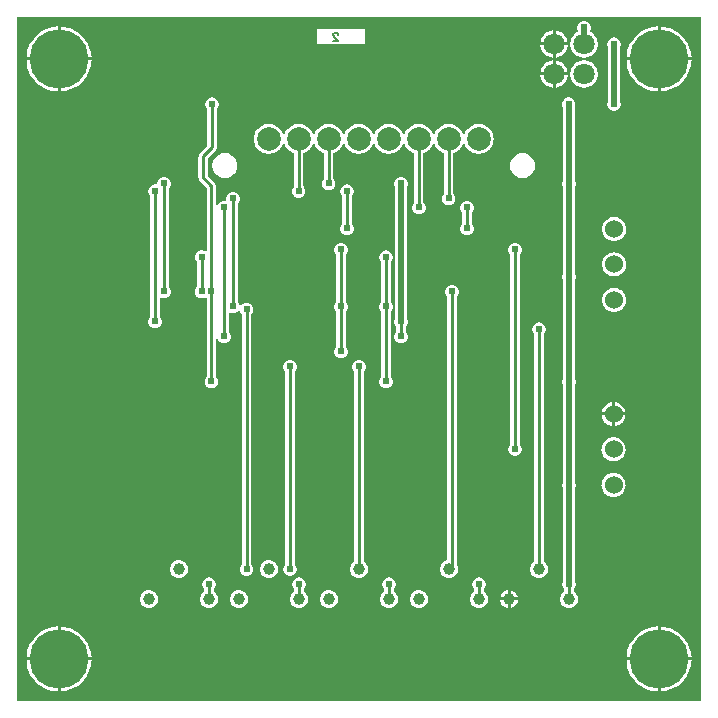
<source format=gbl>
G04 Layer: BottomLayer*
G04 Panelize: , Column: 2, Row: 2, Board Size: 58.42mm x 58.42mm, Panelized Board Size: 118.84mm x 118.84mm*
G04 EasyEDA v6.5.34, 2023-09-06 22:53:46*
G04 8447068ee38c4666810ae06fb5c4ba43,5a6b42c53f6a479593ecc07194224c93,10*
G04 Gerber Generator version 0.2*
G04 Scale: 100 percent, Rotated: No, Reflected: No *
G04 Dimensions in millimeters *
G04 leading zeros omitted , absolute positions ,4 integer and 5 decimal *
%FSLAX45Y45*%
%MOMM*%

%ADD10C,0.1524*%
%ADD11C,0.2540*%
%ADD12C,0.5000*%
%ADD13C,1.0000*%
%ADD14C,5.0000*%
%ADD15C,1.8000*%
%ADD16C,1.5240*%
%ADD17C,2.0000*%
%ADD18C,0.6096*%
%ADD19C,0.0112*%

%LPD*%
G36*
X36068Y25908D02*
G01*
X32156Y26670D01*
X28905Y28905D01*
X26670Y32156D01*
X25908Y36068D01*
X25908Y5805932D01*
X26670Y5809792D01*
X28905Y5813094D01*
X32156Y5815330D01*
X36068Y5816092D01*
X2555240Y5815888D01*
X2559151Y5815076D01*
X2562402Y5812891D01*
X2564638Y5809589D01*
X2565400Y5805728D01*
X2566162Y5809589D01*
X2568397Y5812891D01*
X2571648Y5815076D01*
X2575560Y5815888D01*
X5805932Y5815584D01*
X5809843Y5814822D01*
X5813094Y5812637D01*
X5815330Y5809335D01*
X5816092Y5805424D01*
X5816092Y36068D01*
X5815330Y32156D01*
X5813094Y28905D01*
X5809843Y26670D01*
X5805932Y25908D01*
G37*

%LPC*%
G36*
X5073192Y3619195D02*
G01*
X5086807Y3619195D01*
X5100320Y3621024D01*
X5113477Y3624630D01*
X5126024Y3629964D01*
X5137759Y3636873D01*
X5148478Y3645357D01*
X5157978Y3655161D01*
X5166055Y3666134D01*
X5172608Y3678072D01*
X5177485Y3690823D01*
X5180685Y3704082D01*
X5182006Y3717645D01*
X5181549Y3731260D01*
X5179314Y3744722D01*
X5175250Y3757726D01*
X5169509Y3770122D01*
X5162194Y3781602D01*
X5153406Y3792016D01*
X5143246Y3801160D01*
X5132019Y3808882D01*
X5119878Y3815029D01*
X5106974Y3819499D01*
X5093614Y3822242D01*
X5080000Y3823157D01*
X5066385Y3822242D01*
X5053025Y3819499D01*
X5040122Y3815029D01*
X5027980Y3808882D01*
X5016754Y3801160D01*
X5006594Y3792016D01*
X4997805Y3781602D01*
X4990490Y3770122D01*
X4984750Y3757726D01*
X4980686Y3744722D01*
X4978450Y3731260D01*
X4977993Y3717645D01*
X4979314Y3704082D01*
X4982514Y3690823D01*
X4987391Y3678072D01*
X4993944Y3666134D01*
X5002022Y3655161D01*
X5011521Y3645357D01*
X5022240Y3636873D01*
X5033975Y3629964D01*
X5046522Y3624630D01*
X5059680Y3621024D01*
G37*
G36*
X368300Y105562D02*
G01*
X368300Y368300D01*
X105664Y368300D01*
X106070Y357936D01*
X108966Y334975D01*
X113792Y312369D01*
X120446Y290271D01*
X128981Y268782D01*
X139242Y248107D01*
X151180Y228295D01*
X164795Y209600D01*
X179882Y192125D01*
X196392Y175971D01*
X214172Y161239D01*
X233171Y148031D01*
X253187Y136499D01*
X274066Y126644D01*
X295757Y118618D01*
X318008Y112369D01*
X340715Y108051D01*
X363677Y105664D01*
G37*
G36*
X5473700Y105613D02*
G01*
X5489854Y106629D01*
X5512714Y109982D01*
X5535218Y115265D01*
X5557164Y122428D01*
X5578500Y131368D01*
X5598972Y142087D01*
X5618480Y154432D01*
X5636869Y168402D01*
X5654040Y183896D01*
X5669838Y200710D01*
X5684215Y218846D01*
X5697016Y238099D01*
X5708142Y258317D01*
X5717540Y279450D01*
X5725109Y301244D01*
X5730849Y323646D01*
X5734710Y346405D01*
X5736590Y368300D01*
X5473700Y368300D01*
G37*
G36*
X393700Y105613D02*
G01*
X409854Y106629D01*
X432714Y109982D01*
X455218Y115265D01*
X477164Y122428D01*
X498500Y131368D01*
X518972Y142087D01*
X538480Y154432D01*
X556869Y168402D01*
X574040Y183896D01*
X589838Y200710D01*
X604215Y218846D01*
X617016Y238099D01*
X628142Y258317D01*
X637540Y279450D01*
X645109Y301244D01*
X650849Y323646D01*
X654710Y346405D01*
X656590Y368300D01*
X393700Y368300D01*
G37*
G36*
X105664Y393700D02*
G01*
X368300Y393700D01*
X368300Y656437D01*
X363677Y656336D01*
X340715Y653948D01*
X318008Y649630D01*
X295757Y643382D01*
X274066Y635355D01*
X253187Y625500D01*
X233171Y613968D01*
X214172Y600760D01*
X196392Y586028D01*
X179882Y569874D01*
X164795Y552348D01*
X151180Y533704D01*
X139242Y513892D01*
X128981Y493217D01*
X120446Y471728D01*
X113792Y449630D01*
X108966Y427024D01*
X106070Y404063D01*
G37*
G36*
X5185664Y393700D02*
G01*
X5448300Y393700D01*
X5448300Y656437D01*
X5443677Y656336D01*
X5420715Y653948D01*
X5398008Y649630D01*
X5375757Y643382D01*
X5354066Y635355D01*
X5333187Y625500D01*
X5313172Y613968D01*
X5294172Y600760D01*
X5276392Y586028D01*
X5259882Y569874D01*
X5244795Y552348D01*
X5231180Y533704D01*
X5219242Y513892D01*
X5208981Y493217D01*
X5200446Y471728D01*
X5193792Y449630D01*
X5188966Y427024D01*
X5186070Y404063D01*
G37*
G36*
X5473700Y393700D02*
G01*
X5736590Y393700D01*
X5734710Y415594D01*
X5730849Y438353D01*
X5725109Y460756D01*
X5717540Y482549D01*
X5708142Y503682D01*
X5697016Y523900D01*
X5684215Y543153D01*
X5669838Y561289D01*
X5654040Y578104D01*
X5636869Y593598D01*
X5618480Y607568D01*
X5598972Y619912D01*
X5578500Y630631D01*
X5557164Y639572D01*
X5535218Y646734D01*
X5512714Y652018D01*
X5489854Y655370D01*
X5473700Y656386D01*
G37*
G36*
X393700Y393700D02*
G01*
X656590Y393700D01*
X654710Y415594D01*
X650849Y438353D01*
X645109Y460756D01*
X637540Y482549D01*
X628142Y503682D01*
X617016Y523900D01*
X604215Y543153D01*
X589838Y561289D01*
X574040Y578104D01*
X556869Y593598D01*
X538480Y607568D01*
X518972Y619912D01*
X498500Y630631D01*
X477164Y639572D01*
X455218Y646734D01*
X432714Y652018D01*
X409854Y655370D01*
X393700Y656386D01*
G37*
G36*
X1907895Y813155D02*
G01*
X1919427Y814527D01*
X1930654Y817575D01*
X1941271Y822350D01*
X1950974Y828649D01*
X1959660Y836371D01*
X1967077Y845362D01*
X1973021Y855319D01*
X1977339Y866089D01*
X1979980Y877417D01*
X1980895Y889000D01*
X1979980Y900582D01*
X1977339Y911910D01*
X1973021Y922680D01*
X1967077Y932637D01*
X1959660Y941628D01*
X1950974Y949350D01*
X1941271Y955649D01*
X1930654Y960424D01*
X1919427Y963472D01*
X1907895Y964844D01*
X1896313Y964387D01*
X1884883Y962152D01*
X1873961Y958240D01*
X1863750Y952703D01*
X1854504Y945642D01*
X1846478Y937260D01*
X1839772Y927760D01*
X1834642Y917346D01*
X1831136Y906271D01*
X1829358Y894791D01*
X1829358Y883208D01*
X1831136Y871728D01*
X1834642Y860653D01*
X1839772Y850239D01*
X1846478Y840740D01*
X1854504Y832358D01*
X1863750Y825296D01*
X1873961Y819759D01*
X1884883Y815848D01*
X1896313Y813612D01*
G37*
G36*
X3431895Y813155D02*
G01*
X3443427Y814527D01*
X3454654Y817575D01*
X3465271Y822350D01*
X3474974Y828649D01*
X3483660Y836371D01*
X3491077Y845362D01*
X3497021Y855319D01*
X3501339Y866089D01*
X3503980Y877417D01*
X3504895Y889000D01*
X3503980Y900582D01*
X3501339Y911910D01*
X3497021Y922680D01*
X3491077Y932637D01*
X3483660Y941628D01*
X3474974Y949350D01*
X3465271Y955649D01*
X3454654Y960424D01*
X3443427Y963472D01*
X3431895Y964844D01*
X3420313Y964387D01*
X3408883Y962152D01*
X3397961Y958240D01*
X3387750Y952703D01*
X3378504Y945642D01*
X3370478Y937260D01*
X3363772Y927760D01*
X3358642Y917346D01*
X3355136Y906271D01*
X3353358Y894791D01*
X3353358Y883208D01*
X3355136Y871728D01*
X3358642Y860653D01*
X3363772Y850239D01*
X3370478Y840740D01*
X3378504Y832358D01*
X3387750Y825296D01*
X3397961Y819759D01*
X3408883Y815848D01*
X3420313Y813612D01*
G37*
G36*
X2669895Y813155D02*
G01*
X2681427Y814527D01*
X2692654Y817575D01*
X2703271Y822350D01*
X2712974Y828649D01*
X2721660Y836371D01*
X2729077Y845362D01*
X2735021Y855319D01*
X2739339Y866089D01*
X2741980Y877417D01*
X2742895Y889000D01*
X2741980Y900582D01*
X2739339Y911910D01*
X2735021Y922680D01*
X2729077Y932637D01*
X2721660Y941628D01*
X2712974Y949350D01*
X2703271Y955649D01*
X2692654Y960424D01*
X2681427Y963472D01*
X2669895Y964844D01*
X2658313Y964387D01*
X2646883Y962152D01*
X2635961Y958240D01*
X2625750Y952703D01*
X2616504Y945642D01*
X2608478Y937260D01*
X2601772Y927760D01*
X2596642Y917346D01*
X2593136Y906271D01*
X2591358Y894791D01*
X2591358Y883208D01*
X2593136Y871728D01*
X2596642Y860653D01*
X2601772Y850239D01*
X2608478Y840740D01*
X2616504Y832358D01*
X2625750Y825296D01*
X2635961Y819759D01*
X2646883Y815848D01*
X2658313Y813612D01*
G37*
G36*
X1145895Y813155D02*
G01*
X1157427Y814527D01*
X1168654Y817575D01*
X1179271Y822350D01*
X1188974Y828649D01*
X1197660Y836371D01*
X1205077Y845362D01*
X1211021Y855319D01*
X1215339Y866089D01*
X1217980Y877417D01*
X1218895Y889000D01*
X1217980Y900582D01*
X1215339Y911910D01*
X1211021Y922680D01*
X1205077Y932637D01*
X1197660Y941628D01*
X1188974Y949350D01*
X1179271Y955649D01*
X1168654Y960424D01*
X1157427Y963472D01*
X1145895Y964844D01*
X1134313Y964387D01*
X1122883Y962152D01*
X1111961Y958240D01*
X1101750Y952703D01*
X1092504Y945642D01*
X1084478Y937260D01*
X1077772Y927760D01*
X1072642Y917346D01*
X1069136Y906271D01*
X1067358Y894791D01*
X1067358Y883208D01*
X1069136Y871728D01*
X1072642Y860653D01*
X1077772Y850239D01*
X1084478Y840740D01*
X1092504Y832358D01*
X1101750Y825296D01*
X1111961Y819759D01*
X1122883Y815848D01*
X1134313Y813612D01*
G37*
G36*
X3177895Y813155D02*
G01*
X3189427Y814527D01*
X3200654Y817575D01*
X3211271Y822350D01*
X3220974Y828649D01*
X3229660Y836371D01*
X3237077Y845362D01*
X3243021Y855319D01*
X3247339Y866089D01*
X3249980Y877417D01*
X3250895Y889000D01*
X3249980Y900582D01*
X3247339Y911910D01*
X3243021Y922680D01*
X3237077Y932637D01*
X3229660Y941628D01*
X3220974Y949350D01*
X3218230Y951128D01*
X3215792Y953414D01*
X3214166Y956360D01*
X3213608Y959662D01*
X3213608Y970991D01*
X3214370Y974902D01*
X3216605Y978204D01*
X3218180Y979779D01*
X3223818Y987806D01*
X3227933Y996746D01*
X3230473Y1006195D01*
X3231337Y1016000D01*
X3230473Y1025804D01*
X3227933Y1035253D01*
X3223818Y1044194D01*
X3218180Y1052220D01*
X3211220Y1059180D01*
X3203194Y1064818D01*
X3194253Y1068933D01*
X3184804Y1071473D01*
X3175000Y1072337D01*
X3165195Y1071473D01*
X3155746Y1068933D01*
X3146806Y1064818D01*
X3138779Y1059180D01*
X3131820Y1052220D01*
X3126181Y1044194D01*
X3122066Y1035253D01*
X3119526Y1025804D01*
X3118662Y1016000D01*
X3119526Y1006195D01*
X3122066Y996746D01*
X3126181Y987806D01*
X3131820Y979779D01*
X3133394Y978204D01*
X3135630Y974902D01*
X3136392Y970991D01*
X3136392Y959713D01*
X3135934Y956665D01*
X3134563Y953871D01*
X3132378Y951636D01*
X3124504Y945642D01*
X3116478Y937260D01*
X3109772Y927760D01*
X3104642Y917346D01*
X3101136Y906271D01*
X3099358Y894791D01*
X3099358Y883208D01*
X3101136Y871728D01*
X3104642Y860653D01*
X3109772Y850239D01*
X3116478Y840740D01*
X3124504Y832358D01*
X3133750Y825296D01*
X3143961Y819759D01*
X3154883Y815848D01*
X3166313Y813612D01*
G37*
G36*
X2415895Y813155D02*
G01*
X2427427Y814527D01*
X2438654Y817575D01*
X2449271Y822350D01*
X2458974Y828649D01*
X2467660Y836371D01*
X2475077Y845362D01*
X2481021Y855319D01*
X2485339Y866089D01*
X2487980Y877417D01*
X2488895Y889000D01*
X2487980Y900582D01*
X2485339Y911910D01*
X2481021Y922680D01*
X2475077Y932637D01*
X2467660Y941628D01*
X2458974Y949350D01*
X2456230Y951128D01*
X2453792Y953414D01*
X2452166Y956360D01*
X2451608Y959662D01*
X2451608Y970991D01*
X2452370Y974902D01*
X2454605Y978204D01*
X2456180Y979779D01*
X2461818Y987806D01*
X2465933Y996746D01*
X2468473Y1006195D01*
X2469337Y1016000D01*
X2468473Y1025804D01*
X2465933Y1035253D01*
X2461818Y1044194D01*
X2456180Y1052220D01*
X2449220Y1059180D01*
X2441194Y1064818D01*
X2432253Y1068933D01*
X2422804Y1071473D01*
X2413000Y1072337D01*
X2403195Y1071473D01*
X2393746Y1068933D01*
X2384806Y1064818D01*
X2376779Y1059180D01*
X2369820Y1052220D01*
X2364181Y1044194D01*
X2360066Y1035253D01*
X2357526Y1025804D01*
X2356662Y1016000D01*
X2357526Y1006195D01*
X2360066Y996746D01*
X2364181Y987806D01*
X2369820Y979779D01*
X2371394Y978204D01*
X2373630Y974902D01*
X2374392Y970991D01*
X2374392Y959713D01*
X2373934Y956665D01*
X2372563Y953871D01*
X2370378Y951636D01*
X2362504Y945642D01*
X2354478Y937260D01*
X2347772Y927760D01*
X2342642Y917346D01*
X2339136Y906271D01*
X2337358Y894791D01*
X2337358Y883208D01*
X2339136Y871728D01*
X2342642Y860653D01*
X2347772Y850239D01*
X2354478Y840740D01*
X2362504Y832358D01*
X2371750Y825296D01*
X2381961Y819759D01*
X2392883Y815848D01*
X2404313Y813612D01*
G37*
G36*
X3939895Y813155D02*
G01*
X3951427Y814527D01*
X3962654Y817575D01*
X3973271Y822350D01*
X3982974Y828649D01*
X3991660Y836371D01*
X3999077Y845362D01*
X4005021Y855319D01*
X4009339Y866089D01*
X4011980Y877417D01*
X4012895Y889000D01*
X4011980Y900582D01*
X4009339Y911910D01*
X4005021Y922680D01*
X3999077Y932637D01*
X3991660Y941628D01*
X3982974Y949350D01*
X3980230Y951128D01*
X3977792Y953414D01*
X3976166Y956360D01*
X3975608Y959662D01*
X3975608Y970991D01*
X3976370Y974902D01*
X3978605Y978204D01*
X3980179Y979779D01*
X3985818Y987806D01*
X3989933Y996746D01*
X3992473Y1006195D01*
X3993337Y1016000D01*
X3992473Y1025804D01*
X3989933Y1035253D01*
X3985818Y1044194D01*
X3980179Y1052220D01*
X3973220Y1059180D01*
X3965194Y1064818D01*
X3956253Y1068933D01*
X3946804Y1071473D01*
X3937000Y1072337D01*
X3927195Y1071473D01*
X3917746Y1068933D01*
X3908806Y1064818D01*
X3900779Y1059180D01*
X3893820Y1052220D01*
X3888181Y1044194D01*
X3884066Y1035253D01*
X3881526Y1025804D01*
X3880662Y1016000D01*
X3881526Y1006195D01*
X3884066Y996746D01*
X3888181Y987806D01*
X3893820Y979779D01*
X3895394Y978204D01*
X3897629Y974902D01*
X3898392Y970991D01*
X3898392Y959713D01*
X3897934Y956665D01*
X3896563Y953871D01*
X3894378Y951636D01*
X3886504Y945642D01*
X3878478Y937260D01*
X3871772Y927760D01*
X3866642Y917346D01*
X3863136Y906271D01*
X3861358Y894791D01*
X3861358Y883208D01*
X3863136Y871728D01*
X3866642Y860653D01*
X3871772Y850239D01*
X3878478Y840740D01*
X3886504Y832358D01*
X3895750Y825296D01*
X3905961Y819759D01*
X3916883Y815848D01*
X3928313Y813612D01*
G37*
G36*
X1653895Y813155D02*
G01*
X1665427Y814527D01*
X1676654Y817575D01*
X1687271Y822350D01*
X1696974Y828649D01*
X1705660Y836371D01*
X1713077Y845362D01*
X1719021Y855319D01*
X1723339Y866089D01*
X1725980Y877417D01*
X1726895Y889000D01*
X1725980Y900582D01*
X1723339Y911910D01*
X1719021Y922680D01*
X1713077Y932637D01*
X1705660Y941628D01*
X1696974Y949350D01*
X1694230Y951128D01*
X1691741Y953414D01*
X1690166Y956360D01*
X1689607Y959662D01*
X1689607Y970991D01*
X1690370Y974902D01*
X1692605Y978204D01*
X1694180Y979779D01*
X1699818Y987806D01*
X1703933Y996746D01*
X1706473Y1006195D01*
X1707337Y1016000D01*
X1706473Y1025804D01*
X1703933Y1035253D01*
X1699818Y1044194D01*
X1694180Y1052220D01*
X1687220Y1059180D01*
X1679193Y1064818D01*
X1670253Y1068933D01*
X1660804Y1071473D01*
X1651000Y1072337D01*
X1641195Y1071473D01*
X1631746Y1068933D01*
X1622806Y1064818D01*
X1614779Y1059180D01*
X1607820Y1052220D01*
X1602181Y1044194D01*
X1598066Y1035253D01*
X1595526Y1025804D01*
X1594662Y1016000D01*
X1595526Y1006195D01*
X1598066Y996746D01*
X1602181Y987806D01*
X1607820Y979779D01*
X1609394Y978204D01*
X1611630Y974902D01*
X1612392Y970991D01*
X1612392Y959713D01*
X1611934Y956665D01*
X1610563Y953871D01*
X1608378Y951636D01*
X1600504Y945642D01*
X1592478Y937260D01*
X1585772Y927760D01*
X1580642Y917346D01*
X1577136Y906271D01*
X1575358Y894791D01*
X1575358Y883208D01*
X1577136Y871728D01*
X1580642Y860653D01*
X1585772Y850239D01*
X1592478Y840740D01*
X1600504Y832358D01*
X1609750Y825296D01*
X1619961Y819759D01*
X1630883Y815848D01*
X1642313Y813612D01*
G37*
G36*
X4701895Y813155D02*
G01*
X4713427Y814527D01*
X4724654Y817575D01*
X4735271Y822350D01*
X4744974Y828649D01*
X4753660Y836371D01*
X4761077Y845362D01*
X4767021Y855319D01*
X4771339Y866089D01*
X4773980Y877417D01*
X4774895Y889000D01*
X4773980Y900582D01*
X4771339Y911910D01*
X4767021Y922680D01*
X4761077Y932637D01*
X4753660Y941628D01*
X4744974Y949350D01*
X4742230Y951128D01*
X4739792Y953414D01*
X4738166Y956360D01*
X4737608Y959662D01*
X4737608Y970991D01*
X4738370Y974902D01*
X4740605Y978204D01*
X4742180Y979779D01*
X4747818Y987806D01*
X4751933Y996746D01*
X4754473Y1006195D01*
X4755337Y1016000D01*
X4754473Y1025804D01*
X4751933Y1035253D01*
X4750866Y1037590D01*
X4749901Y1041908D01*
X4749901Y1829257D01*
X4750866Y1833524D01*
X4751933Y1835861D01*
X4754473Y1845360D01*
X4755337Y1855114D01*
X4754473Y1864918D01*
X4751933Y1874418D01*
X4750866Y1876755D01*
X4749901Y1881022D01*
X4749901Y2704592D01*
X4750866Y2708910D01*
X4751933Y2711246D01*
X4754473Y2720695D01*
X4755337Y2730500D01*
X4754473Y2740304D01*
X4751933Y2749753D01*
X4750866Y2752090D01*
X4749901Y2756408D01*
X4749901Y3593592D01*
X4750866Y3597910D01*
X4751933Y3600246D01*
X4754473Y3609695D01*
X4755337Y3619500D01*
X4754473Y3629304D01*
X4751933Y3638753D01*
X4750866Y3641140D01*
X4749901Y3645408D01*
X4749901Y4380992D01*
X4750866Y4385310D01*
X4751933Y4387646D01*
X4754473Y4397095D01*
X4755337Y4406900D01*
X4754473Y4416704D01*
X4751933Y4426153D01*
X4750866Y4428490D01*
X4749901Y4432808D01*
X4749901Y5064048D01*
X4751222Y5070195D01*
X4752035Y5080000D01*
X4751222Y5089804D01*
X4748682Y5099253D01*
X4744516Y5108194D01*
X4738878Y5116220D01*
X4731918Y5123180D01*
X4723892Y5128818D01*
X4715002Y5132933D01*
X4705502Y5135473D01*
X4695698Y5136337D01*
X4685944Y5135473D01*
X4676444Y5132933D01*
X4667554Y5128818D01*
X4659477Y5123180D01*
X4652518Y5116220D01*
X4646930Y5108194D01*
X4642764Y5099253D01*
X4640224Y5089804D01*
X4639360Y5080000D01*
X4640224Y5070195D01*
X4642764Y5060746D01*
X4647133Y5051348D01*
X4648098Y5047030D01*
X4648098Y4432808D01*
X4647133Y4428490D01*
X4646066Y4426153D01*
X4643526Y4416704D01*
X4642662Y4406900D01*
X4643526Y4397095D01*
X4646066Y4387646D01*
X4647133Y4385310D01*
X4648098Y4380992D01*
X4648098Y3645408D01*
X4647133Y3641140D01*
X4646066Y3638753D01*
X4643526Y3629304D01*
X4642662Y3619500D01*
X4643526Y3609695D01*
X4646066Y3600246D01*
X4647133Y3597910D01*
X4648098Y3593592D01*
X4648098Y2756408D01*
X4647133Y2752090D01*
X4646066Y2749753D01*
X4643526Y2740304D01*
X4642662Y2730500D01*
X4643526Y2720695D01*
X4646066Y2711246D01*
X4647133Y2708910D01*
X4648098Y2704592D01*
X4648098Y1881022D01*
X4647133Y1876755D01*
X4646066Y1874418D01*
X4643526Y1864918D01*
X4642662Y1855114D01*
X4643526Y1845360D01*
X4646066Y1835861D01*
X4647133Y1833524D01*
X4648098Y1829257D01*
X4648098Y1041908D01*
X4647133Y1037590D01*
X4646066Y1035253D01*
X4643526Y1025804D01*
X4642662Y1016000D01*
X4643526Y1006195D01*
X4646066Y996746D01*
X4650181Y987806D01*
X4655820Y979779D01*
X4657394Y978204D01*
X4659630Y974902D01*
X4660392Y970991D01*
X4660392Y959713D01*
X4659934Y956665D01*
X4658563Y953871D01*
X4656378Y951636D01*
X4648504Y945642D01*
X4640478Y937260D01*
X4633772Y927760D01*
X4628642Y917346D01*
X4625136Y906271D01*
X4623358Y894791D01*
X4623358Y883208D01*
X4625136Y871728D01*
X4628642Y860653D01*
X4633772Y850239D01*
X4640478Y840740D01*
X4648504Y832358D01*
X4657750Y825296D01*
X4667961Y819759D01*
X4678883Y815848D01*
X4690313Y813612D01*
G37*
G36*
X4203700Y814324D02*
G01*
X4205427Y814527D01*
X4216654Y817575D01*
X4227271Y822350D01*
X4236974Y828649D01*
X4245660Y836371D01*
X4253077Y845362D01*
X4259021Y855319D01*
X4263339Y866089D01*
X4265726Y876300D01*
X4203700Y876300D01*
G37*
G36*
X4178300Y814374D02*
G01*
X4178300Y876300D01*
X4116425Y876300D01*
X4117136Y871728D01*
X4120642Y860653D01*
X4125772Y850239D01*
X4132478Y840740D01*
X4140504Y832358D01*
X4149750Y825296D01*
X4159961Y819759D01*
X4170883Y815848D01*
G37*
G36*
X4116425Y901700D02*
G01*
X4178300Y901700D01*
X4178300Y963625D01*
X4170883Y962152D01*
X4159961Y958240D01*
X4149750Y952703D01*
X4140504Y945642D01*
X4132478Y937260D01*
X4125772Y927760D01*
X4120642Y917346D01*
X4117136Y906271D01*
G37*
G36*
X4203700Y901700D02*
G01*
X4265726Y901700D01*
X4263339Y911910D01*
X4259021Y922680D01*
X4253077Y932637D01*
X4245660Y941628D01*
X4236974Y949350D01*
X4227271Y955649D01*
X4216654Y960424D01*
X4205427Y963472D01*
X4203700Y963676D01*
G37*
G36*
X2161895Y1067155D02*
G01*
X2173427Y1068527D01*
X2184654Y1071575D01*
X2195271Y1076350D01*
X2204974Y1082649D01*
X2213660Y1090371D01*
X2221077Y1099362D01*
X2227021Y1109319D01*
X2231339Y1120089D01*
X2233980Y1131417D01*
X2234895Y1143000D01*
X2233980Y1154582D01*
X2231339Y1165910D01*
X2227021Y1176680D01*
X2221077Y1186637D01*
X2213660Y1195628D01*
X2204974Y1203350D01*
X2195271Y1209649D01*
X2184654Y1214424D01*
X2173427Y1217472D01*
X2161895Y1218844D01*
X2150313Y1218387D01*
X2138883Y1216152D01*
X2127961Y1212240D01*
X2117750Y1206703D01*
X2108504Y1199642D01*
X2100478Y1191260D01*
X2093772Y1181760D01*
X2088642Y1171346D01*
X2085136Y1160272D01*
X2083358Y1148791D01*
X2083358Y1137208D01*
X2085136Y1125728D01*
X2088642Y1114653D01*
X2093772Y1104239D01*
X2100478Y1094740D01*
X2108504Y1086358D01*
X2117750Y1079296D01*
X2127961Y1073759D01*
X2138883Y1069848D01*
X2150313Y1067612D01*
G37*
G36*
X1399895Y1067155D02*
G01*
X1411427Y1068527D01*
X1422654Y1071575D01*
X1433271Y1076350D01*
X1442974Y1082649D01*
X1451660Y1090371D01*
X1459077Y1099362D01*
X1465021Y1109319D01*
X1469339Y1120089D01*
X1471980Y1131417D01*
X1472895Y1143000D01*
X1471980Y1154582D01*
X1469339Y1165910D01*
X1465021Y1176680D01*
X1459077Y1186637D01*
X1451660Y1195628D01*
X1442974Y1203350D01*
X1433271Y1209649D01*
X1422654Y1214424D01*
X1411427Y1217472D01*
X1399895Y1218844D01*
X1388313Y1218387D01*
X1376883Y1216152D01*
X1365961Y1212240D01*
X1355750Y1206703D01*
X1346504Y1199642D01*
X1338478Y1191260D01*
X1331772Y1181760D01*
X1326642Y1171346D01*
X1323136Y1160272D01*
X1321358Y1148791D01*
X1321358Y1137208D01*
X1323136Y1125728D01*
X1326642Y1114653D01*
X1331772Y1104239D01*
X1338478Y1094740D01*
X1346504Y1086358D01*
X1355750Y1079296D01*
X1365961Y1073759D01*
X1376883Y1069848D01*
X1388313Y1067612D01*
G37*
G36*
X2923895Y1067155D02*
G01*
X2935427Y1068527D01*
X2946654Y1071575D01*
X2957271Y1076350D01*
X2966974Y1082649D01*
X2975660Y1090371D01*
X2983077Y1099362D01*
X2989021Y1109319D01*
X2993339Y1120089D01*
X2995980Y1131417D01*
X2996895Y1143000D01*
X2995980Y1154582D01*
X2993339Y1165910D01*
X2989021Y1176680D01*
X2983077Y1186637D01*
X2975660Y1195628D01*
X2966974Y1203350D01*
X2964230Y1205128D01*
X2961792Y1207414D01*
X2960166Y1210360D01*
X2959608Y1213662D01*
X2959608Y2812491D01*
X2960370Y2816402D01*
X2962605Y2819704D01*
X2964180Y2821279D01*
X2969818Y2829306D01*
X2973933Y2838246D01*
X2976473Y2847695D01*
X2977337Y2857500D01*
X2976473Y2867304D01*
X2973933Y2876753D01*
X2969818Y2885694D01*
X2964180Y2893720D01*
X2957220Y2900680D01*
X2949194Y2906318D01*
X2940253Y2910433D01*
X2930804Y2912973D01*
X2921000Y2913837D01*
X2911195Y2912973D01*
X2901746Y2910433D01*
X2892806Y2906318D01*
X2884779Y2900680D01*
X2877820Y2893720D01*
X2872181Y2885694D01*
X2868066Y2876753D01*
X2865526Y2867304D01*
X2864662Y2857500D01*
X2865526Y2847695D01*
X2868066Y2838246D01*
X2872181Y2829306D01*
X2877820Y2821279D01*
X2879394Y2819704D01*
X2881630Y2816402D01*
X2882392Y2812491D01*
X2882392Y1213713D01*
X2881934Y1210665D01*
X2880563Y1207871D01*
X2878378Y1205636D01*
X2870504Y1199642D01*
X2862478Y1191260D01*
X2855772Y1181760D01*
X2850642Y1171346D01*
X2847136Y1160272D01*
X2845358Y1148791D01*
X2845358Y1137208D01*
X2847136Y1125728D01*
X2850642Y1114653D01*
X2855772Y1104239D01*
X2862478Y1094740D01*
X2870504Y1086358D01*
X2879750Y1079296D01*
X2889961Y1073759D01*
X2900883Y1069848D01*
X2912313Y1067612D01*
G37*
G36*
X4447895Y1067155D02*
G01*
X4459427Y1068527D01*
X4470654Y1071575D01*
X4481271Y1076350D01*
X4490974Y1082649D01*
X4499660Y1090371D01*
X4507077Y1099362D01*
X4513021Y1109319D01*
X4517339Y1120089D01*
X4519980Y1131417D01*
X4520895Y1143000D01*
X4519980Y1154582D01*
X4517339Y1165910D01*
X4513021Y1176680D01*
X4507077Y1186637D01*
X4499660Y1195628D01*
X4490974Y1203350D01*
X4488230Y1205128D01*
X4485792Y1207414D01*
X4484166Y1210360D01*
X4483608Y1213662D01*
X4483608Y3129991D01*
X4484370Y3133902D01*
X4486605Y3137204D01*
X4488180Y3138779D01*
X4493818Y3146806D01*
X4497933Y3155746D01*
X4500473Y3165195D01*
X4501337Y3175000D01*
X4500473Y3184804D01*
X4497933Y3194253D01*
X4493818Y3203194D01*
X4488180Y3211220D01*
X4481220Y3218180D01*
X4473194Y3223818D01*
X4464253Y3227933D01*
X4454804Y3230473D01*
X4445000Y3231337D01*
X4435195Y3230473D01*
X4425746Y3227933D01*
X4416806Y3223818D01*
X4408779Y3218180D01*
X4401820Y3211220D01*
X4396181Y3203194D01*
X4392066Y3194253D01*
X4389526Y3184804D01*
X4388662Y3175000D01*
X4389526Y3165195D01*
X4392066Y3155746D01*
X4396181Y3146806D01*
X4401820Y3138779D01*
X4403394Y3137204D01*
X4405630Y3133902D01*
X4406392Y3129991D01*
X4406392Y1213713D01*
X4405934Y1210665D01*
X4404563Y1207871D01*
X4402378Y1205636D01*
X4394504Y1199642D01*
X4386478Y1191260D01*
X4379772Y1181760D01*
X4374642Y1171346D01*
X4371136Y1160272D01*
X4369358Y1148791D01*
X4369358Y1137208D01*
X4371136Y1125728D01*
X4374642Y1114653D01*
X4379772Y1104239D01*
X4386478Y1094740D01*
X4394504Y1086358D01*
X4403750Y1079296D01*
X4413961Y1073759D01*
X4424883Y1069848D01*
X4436313Y1067612D01*
G37*
G36*
X3685895Y1067155D02*
G01*
X3697427Y1068527D01*
X3708654Y1071575D01*
X3719271Y1076350D01*
X3728974Y1082649D01*
X3737660Y1090371D01*
X3745077Y1099362D01*
X3751021Y1109319D01*
X3755339Y1120089D01*
X3757980Y1131417D01*
X3758895Y1143000D01*
X3757980Y1154582D01*
X3755339Y1165910D01*
X3751021Y1176680D01*
X3748430Y1180998D01*
X3747363Y1183487D01*
X3747008Y1186180D01*
X3747008Y3447491D01*
X3747770Y3451402D01*
X3750005Y3454704D01*
X3751579Y3456279D01*
X3757218Y3464306D01*
X3761333Y3473246D01*
X3763873Y3482695D01*
X3764737Y3492500D01*
X3763873Y3502304D01*
X3761333Y3511753D01*
X3757218Y3520694D01*
X3751579Y3528720D01*
X3744620Y3535679D01*
X3736594Y3541318D01*
X3727653Y3545433D01*
X3718204Y3547973D01*
X3708400Y3548837D01*
X3698595Y3547973D01*
X3689146Y3545433D01*
X3680206Y3541318D01*
X3672179Y3535679D01*
X3665220Y3528720D01*
X3659581Y3520694D01*
X3655466Y3511753D01*
X3652926Y3502304D01*
X3652062Y3492500D01*
X3652926Y3482695D01*
X3655466Y3473246D01*
X3659581Y3464306D01*
X3665220Y3456279D01*
X3666794Y3454704D01*
X3669029Y3451402D01*
X3669792Y3447491D01*
X3669792Y1225804D01*
X3668979Y1221740D01*
X3666591Y1218387D01*
X3663086Y1216202D01*
X3651961Y1212240D01*
X3641750Y1206703D01*
X3632504Y1199642D01*
X3624478Y1191260D01*
X3617772Y1181760D01*
X3612642Y1171346D01*
X3609136Y1160272D01*
X3607358Y1148791D01*
X3607358Y1137208D01*
X3609136Y1125728D01*
X3612642Y1114653D01*
X3617772Y1104239D01*
X3624478Y1094740D01*
X3632504Y1086358D01*
X3641750Y1079296D01*
X3651961Y1073759D01*
X3662883Y1069848D01*
X3674313Y1067612D01*
G37*
G36*
X2336800Y1086662D02*
G01*
X2346604Y1087526D01*
X2356053Y1090066D01*
X2364994Y1094181D01*
X2373020Y1099820D01*
X2379980Y1106779D01*
X2385618Y1114806D01*
X2389733Y1123746D01*
X2392273Y1133195D01*
X2393137Y1143000D01*
X2392273Y1152804D01*
X2389733Y1162253D01*
X2385618Y1171194D01*
X2379980Y1179220D01*
X2378405Y1180795D01*
X2376170Y1184097D01*
X2375408Y1188008D01*
X2375408Y2812491D01*
X2376170Y2816402D01*
X2378405Y2819704D01*
X2379980Y2821279D01*
X2385618Y2829306D01*
X2389733Y2838246D01*
X2392273Y2847695D01*
X2393137Y2857500D01*
X2392273Y2867304D01*
X2389733Y2876753D01*
X2385618Y2885694D01*
X2379980Y2893720D01*
X2373020Y2900680D01*
X2364994Y2906318D01*
X2356053Y2910433D01*
X2346604Y2912973D01*
X2336800Y2913837D01*
X2326995Y2912973D01*
X2317546Y2910433D01*
X2308606Y2906318D01*
X2300579Y2900680D01*
X2293620Y2893720D01*
X2287981Y2885694D01*
X2283866Y2876753D01*
X2281326Y2867304D01*
X2280462Y2857500D01*
X2281326Y2847695D01*
X2283866Y2838246D01*
X2287981Y2829306D01*
X2293620Y2821279D01*
X2295194Y2819704D01*
X2297430Y2816402D01*
X2298192Y2812491D01*
X2298192Y1188008D01*
X2297430Y1184097D01*
X2295194Y1180795D01*
X2293620Y1179220D01*
X2287981Y1171194D01*
X2283866Y1162253D01*
X2281326Y1152804D01*
X2280462Y1143000D01*
X2281326Y1133195D01*
X2283866Y1123746D01*
X2287981Y1114806D01*
X2293620Y1106779D01*
X2300579Y1099820D01*
X2308606Y1094181D01*
X2317546Y1090066D01*
X2326995Y1087526D01*
G37*
G36*
X1968500Y1086662D02*
G01*
X1978304Y1087526D01*
X1987753Y1090066D01*
X1996693Y1094181D01*
X2004720Y1099820D01*
X2011680Y1106779D01*
X2017318Y1114806D01*
X2021433Y1123746D01*
X2023973Y1133195D01*
X2024837Y1143000D01*
X2023973Y1152804D01*
X2021433Y1162253D01*
X2017318Y1171194D01*
X2011680Y1179220D01*
X2010105Y1180795D01*
X2007870Y1184097D01*
X2007107Y1188008D01*
X2007107Y3295091D01*
X2007870Y3299002D01*
X2010105Y3302304D01*
X2011680Y3303879D01*
X2017318Y3311906D01*
X2021433Y3320846D01*
X2023973Y3330295D01*
X2024837Y3340100D01*
X2023973Y3349904D01*
X2021433Y3359353D01*
X2017318Y3368294D01*
X2011680Y3376320D01*
X2004720Y3383279D01*
X1996693Y3388918D01*
X1987753Y3393033D01*
X1978304Y3395573D01*
X1968500Y3396437D01*
X1958695Y3395573D01*
X1949246Y3393033D01*
X1940306Y3388918D01*
X1932279Y3383279D01*
X1925218Y3376218D01*
X1921662Y3373932D01*
X1917496Y3373272D01*
X1913432Y3374339D01*
X1910130Y3376980D01*
X1908200Y3380740D01*
X1907133Y3384753D01*
X1903018Y3393694D01*
X1897380Y3401720D01*
X1895805Y3403295D01*
X1893570Y3406597D01*
X1892807Y3410508D01*
X1892807Y4234891D01*
X1893570Y4238802D01*
X1895805Y4242104D01*
X1897380Y4243679D01*
X1903018Y4251706D01*
X1907133Y4260646D01*
X1909673Y4270095D01*
X1910537Y4279900D01*
X1909673Y4289704D01*
X1907133Y4299153D01*
X1903018Y4308094D01*
X1897380Y4316120D01*
X1890420Y4323080D01*
X1882393Y4328718D01*
X1873453Y4332833D01*
X1864004Y4335373D01*
X1854200Y4336237D01*
X1844395Y4335373D01*
X1834946Y4332833D01*
X1826006Y4328718D01*
X1817979Y4323080D01*
X1811020Y4316120D01*
X1805381Y4308094D01*
X1801266Y4299153D01*
X1798726Y4289704D01*
X1797862Y4279900D01*
X1798675Y4270197D01*
X1798116Y4265828D01*
X1795780Y4262120D01*
X1792071Y4259783D01*
X1787702Y4259224D01*
X1778000Y4260037D01*
X1768195Y4259173D01*
X1758746Y4256633D01*
X1749806Y4252518D01*
X1741779Y4246880D01*
X1734820Y4239920D01*
X1729181Y4231894D01*
X1727860Y4229049D01*
X1725574Y4225899D01*
X1722272Y4223816D01*
X1718411Y4223156D01*
X1714601Y4224020D01*
X1711401Y4226204D01*
X1709267Y4229506D01*
X1708505Y4233316D01*
X1708505Y4387494D01*
X1707692Y4395520D01*
X1705508Y4402734D01*
X1701952Y4409440D01*
X1696821Y4415637D01*
X1641805Y4470704D01*
X1639570Y4474006D01*
X1638807Y4477918D01*
X1638807Y4615281D01*
X1639570Y4619193D01*
X1641805Y4622495D01*
X1703324Y4684064D01*
X1708454Y4690262D01*
X1712010Y4696968D01*
X1714195Y4704181D01*
X1715007Y4712208D01*
X1715007Y5034991D01*
X1715770Y5038902D01*
X1718005Y5042204D01*
X1719580Y5043779D01*
X1725218Y5051806D01*
X1729333Y5060746D01*
X1731873Y5070195D01*
X1732737Y5080000D01*
X1731873Y5089804D01*
X1729333Y5099253D01*
X1725218Y5108194D01*
X1719580Y5116220D01*
X1712620Y5123180D01*
X1704593Y5128818D01*
X1695653Y5132933D01*
X1686204Y5135473D01*
X1676400Y5136337D01*
X1666595Y5135473D01*
X1657146Y5132933D01*
X1648206Y5128818D01*
X1640179Y5123180D01*
X1633220Y5116220D01*
X1627581Y5108194D01*
X1623466Y5099253D01*
X1620926Y5089804D01*
X1620062Y5080000D01*
X1620926Y5070195D01*
X1623466Y5060746D01*
X1627581Y5051806D01*
X1633220Y5043779D01*
X1634794Y5042204D01*
X1637030Y5038902D01*
X1637792Y5034991D01*
X1637792Y4731918D01*
X1637030Y4728006D01*
X1634794Y4724704D01*
X1573276Y4663135D01*
X1568145Y4656937D01*
X1564589Y4650232D01*
X1562404Y4643018D01*
X1561592Y4634992D01*
X1561592Y4458208D01*
X1562404Y4450181D01*
X1564589Y4442968D01*
X1568145Y4436262D01*
X1573276Y4430064D01*
X1628292Y4374997D01*
X1630527Y4371695D01*
X1631289Y4367784D01*
X1631289Y3842004D01*
X1630476Y3837990D01*
X1628190Y3834637D01*
X1624736Y3832504D01*
X1620723Y3831844D01*
X1616760Y3832809D01*
X1606753Y3837584D01*
X1597304Y3840073D01*
X1587500Y3840937D01*
X1577695Y3840073D01*
X1568246Y3837533D01*
X1559306Y3833418D01*
X1551279Y3827779D01*
X1544320Y3820820D01*
X1538681Y3812794D01*
X1534566Y3803853D01*
X1532026Y3794404D01*
X1531162Y3784600D01*
X1532026Y3774795D01*
X1534566Y3765346D01*
X1538681Y3756406D01*
X1544320Y3748379D01*
X1545894Y3746804D01*
X1548130Y3743502D01*
X1548892Y3739591D01*
X1548892Y3537508D01*
X1548130Y3533597D01*
X1545894Y3530295D01*
X1544320Y3528720D01*
X1538681Y3520694D01*
X1534566Y3511753D01*
X1532026Y3502304D01*
X1531162Y3492500D01*
X1532026Y3482695D01*
X1534566Y3473246D01*
X1538681Y3464306D01*
X1544320Y3456279D01*
X1551279Y3449320D01*
X1559306Y3443681D01*
X1568246Y3439566D01*
X1577695Y3437026D01*
X1587500Y3436162D01*
X1597304Y3437026D01*
X1606753Y3439566D01*
X1616760Y3444290D01*
X1620723Y3445256D01*
X1624736Y3444595D01*
X1628190Y3442462D01*
X1630476Y3439109D01*
X1631289Y3435096D01*
X1631289Y2775508D01*
X1630527Y2771597D01*
X1628292Y2768295D01*
X1626717Y2766720D01*
X1621078Y2758694D01*
X1616964Y2749753D01*
X1614424Y2740304D01*
X1613560Y2730500D01*
X1614424Y2720695D01*
X1616964Y2711246D01*
X1621078Y2702306D01*
X1626717Y2694279D01*
X1633677Y2687320D01*
X1641703Y2681681D01*
X1650644Y2677566D01*
X1660093Y2675026D01*
X1669897Y2674162D01*
X1679702Y2675026D01*
X1689150Y2677566D01*
X1698091Y2681681D01*
X1706118Y2687320D01*
X1713077Y2694279D01*
X1718716Y2702306D01*
X1722831Y2711246D01*
X1725371Y2720695D01*
X1726234Y2730500D01*
X1725371Y2740304D01*
X1722831Y2749753D01*
X1718716Y2758694D01*
X1713077Y2766720D01*
X1711502Y2768295D01*
X1709267Y2771597D01*
X1708505Y2775508D01*
X1708505Y3081883D01*
X1709267Y3085693D01*
X1711401Y3088944D01*
X1714601Y3091180D01*
X1718411Y3092043D01*
X1722272Y3091383D01*
X1725574Y3089300D01*
X1727860Y3086150D01*
X1729181Y3083306D01*
X1734820Y3075279D01*
X1741779Y3068320D01*
X1749806Y3062681D01*
X1758746Y3058566D01*
X1768195Y3056026D01*
X1778000Y3055162D01*
X1787804Y3056026D01*
X1797253Y3058566D01*
X1806193Y3062681D01*
X1814220Y3068320D01*
X1821180Y3075279D01*
X1826818Y3083306D01*
X1830933Y3092246D01*
X1833473Y3101695D01*
X1834337Y3111500D01*
X1833473Y3121304D01*
X1830933Y3130753D01*
X1826818Y3139694D01*
X1821180Y3147720D01*
X1819605Y3149295D01*
X1817370Y3152597D01*
X1816607Y3156508D01*
X1816607Y3305149D01*
X1817420Y3309112D01*
X1819706Y3312464D01*
X1823110Y3314649D01*
X1827123Y3315309D01*
X1831086Y3314344D01*
X1834946Y3312566D01*
X1844395Y3310026D01*
X1854200Y3309162D01*
X1864004Y3310026D01*
X1873453Y3312566D01*
X1882393Y3316681D01*
X1890420Y3322320D01*
X1897481Y3329381D01*
X1901037Y3331667D01*
X1905203Y3332327D01*
X1909267Y3331260D01*
X1912569Y3328619D01*
X1914499Y3324860D01*
X1915566Y3320846D01*
X1919681Y3311906D01*
X1925320Y3303879D01*
X1926894Y3302304D01*
X1929130Y3299002D01*
X1929892Y3295091D01*
X1929892Y1188008D01*
X1929130Y1184097D01*
X1926894Y1180795D01*
X1925320Y1179220D01*
X1919681Y1171194D01*
X1915566Y1162253D01*
X1913026Y1152804D01*
X1912162Y1143000D01*
X1913026Y1133195D01*
X1915566Y1123746D01*
X1919681Y1114806D01*
X1925320Y1106779D01*
X1932279Y1099820D01*
X1940306Y1094181D01*
X1949246Y1090066D01*
X1958695Y1087526D01*
G37*
G36*
X5068620Y1753260D02*
G01*
X5082235Y1753260D01*
X5095748Y1755038D01*
X5108905Y1758645D01*
X5121452Y1763979D01*
X5133187Y1770938D01*
X5143906Y1779371D01*
X5153406Y1789175D01*
X5161483Y1800148D01*
X5168036Y1812137D01*
X5172913Y1824837D01*
X5176113Y1838096D01*
X5177434Y1851710D01*
X5176977Y1865325D01*
X5174742Y1878787D01*
X5170678Y1891792D01*
X5164937Y1904187D01*
X5157622Y1915668D01*
X5148834Y1926082D01*
X5138674Y1935225D01*
X5127447Y1942947D01*
X5115306Y1949094D01*
X5102402Y1953564D01*
X5089042Y1956257D01*
X5075428Y1957171D01*
X5061813Y1956257D01*
X5048453Y1953564D01*
X5035550Y1949094D01*
X5023408Y1942947D01*
X5012182Y1935225D01*
X5002022Y1926082D01*
X4993233Y1915668D01*
X4985918Y1904187D01*
X4980178Y1891792D01*
X4976114Y1878787D01*
X4973878Y1865325D01*
X4973421Y1851710D01*
X4974742Y1838096D01*
X4977942Y1824837D01*
X4982819Y1812137D01*
X4989372Y1800148D01*
X4997450Y1789175D01*
X5006949Y1779371D01*
X5017668Y1770938D01*
X5029403Y1763979D01*
X5041950Y1758645D01*
X5055108Y1755038D01*
G37*
G36*
X5068620Y2053234D02*
G01*
X5082235Y2053234D01*
X5095748Y2055063D01*
X5108905Y2058670D01*
X5121452Y2064004D01*
X5133187Y2070912D01*
X5143906Y2079396D01*
X5153406Y2089200D01*
X5161483Y2100173D01*
X5168036Y2112111D01*
X5172913Y2124862D01*
X5176113Y2138121D01*
X5177434Y2151684D01*
X5176977Y2165299D01*
X5174742Y2178761D01*
X5170678Y2191766D01*
X5164937Y2204161D01*
X5157622Y2215642D01*
X5148834Y2226056D01*
X5138674Y2235200D01*
X5127447Y2242921D01*
X5115306Y2249068D01*
X5102402Y2253538D01*
X5089042Y2256282D01*
X5075428Y2257196D01*
X5061813Y2256282D01*
X5048453Y2253538D01*
X5035550Y2249068D01*
X5023408Y2242921D01*
X5012182Y2235200D01*
X5002022Y2226056D01*
X4993233Y2215642D01*
X4985918Y2204161D01*
X4980178Y2191766D01*
X4976114Y2178761D01*
X4973878Y2165299D01*
X4973421Y2151684D01*
X4974742Y2138121D01*
X4977942Y2124862D01*
X4982819Y2112111D01*
X4989372Y2100173D01*
X4997450Y2089200D01*
X5006949Y2079396D01*
X5017668Y2070912D01*
X5029403Y2064004D01*
X5041950Y2058670D01*
X5055108Y2055063D01*
G37*
G36*
X4241800Y2102662D02*
G01*
X4251604Y2103526D01*
X4261053Y2106066D01*
X4269994Y2110181D01*
X4278020Y2115820D01*
X4284980Y2122779D01*
X4290618Y2130806D01*
X4294733Y2139746D01*
X4297273Y2149195D01*
X4298137Y2159000D01*
X4297273Y2168804D01*
X4294733Y2178253D01*
X4290618Y2187194D01*
X4284980Y2195220D01*
X4283405Y2196795D01*
X4281170Y2200097D01*
X4280408Y2204008D01*
X4280408Y3803091D01*
X4281170Y3807002D01*
X4283405Y3810304D01*
X4284980Y3811879D01*
X4290618Y3819906D01*
X4294733Y3828846D01*
X4297273Y3838295D01*
X4298137Y3848100D01*
X4297273Y3857904D01*
X4294733Y3867353D01*
X4290618Y3876294D01*
X4284980Y3884320D01*
X4278020Y3891279D01*
X4269994Y3896918D01*
X4261053Y3901033D01*
X4251604Y3903573D01*
X4241800Y3904437D01*
X4231995Y3903573D01*
X4222546Y3901033D01*
X4213606Y3896918D01*
X4205579Y3891279D01*
X4198620Y3884320D01*
X4192981Y3876294D01*
X4188866Y3867353D01*
X4186326Y3857904D01*
X4185462Y3848100D01*
X4186326Y3838295D01*
X4188866Y3828846D01*
X4192981Y3819906D01*
X4198620Y3811879D01*
X4200194Y3810304D01*
X4202430Y3807002D01*
X4203192Y3803091D01*
X4203192Y2204008D01*
X4202430Y2200097D01*
X4200194Y2196795D01*
X4198620Y2195220D01*
X4192981Y2187194D01*
X4188866Y2178253D01*
X4186326Y2168804D01*
X4185462Y2159000D01*
X4186326Y2149195D01*
X4188866Y2139746D01*
X4192981Y2130806D01*
X4198620Y2122779D01*
X4205579Y2115820D01*
X4213606Y2110181D01*
X4222546Y2106066D01*
X4231995Y2103526D01*
G37*
G36*
X5062728Y2354021D02*
G01*
X5062728Y2442413D01*
X4974336Y2442413D01*
X4974742Y2438095D01*
X4977942Y2424836D01*
X4982819Y2412136D01*
X4989372Y2400147D01*
X4997450Y2389174D01*
X5006949Y2379370D01*
X5017668Y2370937D01*
X5029403Y2363978D01*
X5041950Y2358644D01*
X5055108Y2355037D01*
G37*
G36*
X5088128Y2354021D02*
G01*
X5095748Y2355037D01*
X5108905Y2358644D01*
X5121452Y2363978D01*
X5133187Y2370937D01*
X5143906Y2379370D01*
X5153406Y2389174D01*
X5161483Y2400147D01*
X5168036Y2412136D01*
X5172913Y2424836D01*
X5176113Y2438095D01*
X5176520Y2442413D01*
X5088128Y2442413D01*
G37*
G36*
X4974285Y2467813D02*
G01*
X5062728Y2467813D01*
X5062728Y2556357D01*
X5048453Y2553563D01*
X5035550Y2549093D01*
X5023408Y2542946D01*
X5012182Y2535224D01*
X5002022Y2526080D01*
X4993233Y2515666D01*
X4985918Y2504186D01*
X4980178Y2491790D01*
X4976114Y2478786D01*
G37*
G36*
X5088128Y2467813D02*
G01*
X5176570Y2467813D01*
X5174742Y2478786D01*
X5170678Y2491790D01*
X5164937Y2504186D01*
X5157622Y2515666D01*
X5148834Y2526080D01*
X5138674Y2535224D01*
X5127447Y2542946D01*
X5115306Y2549093D01*
X5102402Y2553563D01*
X5088128Y2556357D01*
G37*
G36*
X3149600Y2674162D02*
G01*
X3159404Y2675026D01*
X3168853Y2677566D01*
X3177794Y2681681D01*
X3185820Y2687320D01*
X3192780Y2694279D01*
X3198418Y2702306D01*
X3202533Y2711246D01*
X3205073Y2720695D01*
X3205937Y2730500D01*
X3205073Y2740304D01*
X3202533Y2749753D01*
X3198418Y2758694D01*
X3192780Y2766720D01*
X3191205Y2768295D01*
X3188970Y2771597D01*
X3188208Y2775508D01*
X3188208Y3320491D01*
X3188970Y3324402D01*
X3191205Y3327704D01*
X3192780Y3329279D01*
X3198418Y3337306D01*
X3202533Y3346246D01*
X3205073Y3355695D01*
X3205429Y3359353D01*
X3206750Y3363518D01*
X3208528Y3365500D01*
X3206750Y3367481D01*
X3205429Y3371646D01*
X3205073Y3375304D01*
X3202533Y3384753D01*
X3198418Y3393694D01*
X3192780Y3401720D01*
X3191205Y3403295D01*
X3188970Y3406597D01*
X3188208Y3410508D01*
X3188208Y3739591D01*
X3188970Y3743502D01*
X3191205Y3746804D01*
X3192780Y3748379D01*
X3198418Y3756406D01*
X3202533Y3765346D01*
X3205073Y3774795D01*
X3205429Y3778453D01*
X3206750Y3782618D01*
X3208528Y3784600D01*
X3206750Y3786581D01*
X3205429Y3790746D01*
X3205073Y3794404D01*
X3202533Y3803853D01*
X3198418Y3812794D01*
X3192780Y3820820D01*
X3185820Y3827779D01*
X3177794Y3833418D01*
X3168853Y3837533D01*
X3159404Y3840073D01*
X3149600Y3840937D01*
X3139795Y3840073D01*
X3130346Y3837533D01*
X3121406Y3833418D01*
X3113379Y3827779D01*
X3106420Y3820820D01*
X3100781Y3812794D01*
X3096666Y3803853D01*
X3094126Y3794404D01*
X3093262Y3784600D01*
X3094126Y3774795D01*
X3096666Y3765346D01*
X3100781Y3756406D01*
X3106420Y3748379D01*
X3107994Y3746804D01*
X3110230Y3743502D01*
X3110992Y3739591D01*
X3110992Y3410508D01*
X3110230Y3406597D01*
X3107994Y3403295D01*
X3106420Y3401720D01*
X3100781Y3393694D01*
X3096666Y3384753D01*
X3094126Y3375304D01*
X3093262Y3365500D01*
X3094126Y3355695D01*
X3096666Y3346246D01*
X3100781Y3337306D01*
X3106420Y3329279D01*
X3107994Y3327704D01*
X3110230Y3324402D01*
X3110992Y3320491D01*
X3110992Y2775508D01*
X3110230Y2771597D01*
X3107994Y2768295D01*
X3106420Y2766720D01*
X3100781Y2758694D01*
X3096666Y2749753D01*
X3094126Y2740304D01*
X3093262Y2730500D01*
X3094126Y2720695D01*
X3096666Y2711246D01*
X3100781Y2702306D01*
X3106420Y2694279D01*
X3113379Y2687320D01*
X3121406Y2681681D01*
X3130346Y2677566D01*
X3139795Y2675026D01*
G37*
G36*
X4584700Y5600700D02*
G01*
X4687112Y5600700D01*
X4686960Y5602528D01*
X4684268Y5616803D01*
X4679746Y5630672D01*
X4673549Y5643829D01*
X4665776Y5656122D01*
X4656480Y5667349D01*
X4645863Y5677306D01*
X4634077Y5685840D01*
X4621326Y5692851D01*
X4607814Y5698236D01*
X4593691Y5701842D01*
X4584700Y5702960D01*
G37*
G36*
X2768600Y2928162D02*
G01*
X2778404Y2929026D01*
X2787853Y2931566D01*
X2796794Y2935681D01*
X2804820Y2941320D01*
X2811780Y2948279D01*
X2817418Y2956306D01*
X2821533Y2965246D01*
X2824073Y2974695D01*
X2824937Y2984500D01*
X2824073Y2994304D01*
X2821533Y3003753D01*
X2817418Y3012694D01*
X2811780Y3020720D01*
X2810205Y3022295D01*
X2807970Y3025597D01*
X2807208Y3029508D01*
X2807208Y3320491D01*
X2807970Y3324402D01*
X2810205Y3327704D01*
X2811780Y3329279D01*
X2817418Y3337306D01*
X2821533Y3346246D01*
X2824073Y3355695D01*
X2824937Y3365500D01*
X2824073Y3375304D01*
X2821533Y3384753D01*
X2817418Y3393694D01*
X2811780Y3401720D01*
X2810205Y3403295D01*
X2807970Y3406597D01*
X2807208Y3410508D01*
X2807208Y3803091D01*
X2807970Y3807002D01*
X2810205Y3810304D01*
X2811780Y3811879D01*
X2817418Y3819906D01*
X2821533Y3828846D01*
X2824073Y3838295D01*
X2824937Y3848100D01*
X2824073Y3857904D01*
X2821533Y3867353D01*
X2817418Y3876294D01*
X2811780Y3884320D01*
X2804820Y3891279D01*
X2796794Y3896918D01*
X2787853Y3901033D01*
X2778404Y3903573D01*
X2768600Y3904437D01*
X2758795Y3903573D01*
X2749346Y3901033D01*
X2740406Y3896918D01*
X2732379Y3891279D01*
X2725420Y3884320D01*
X2719781Y3876294D01*
X2715666Y3867353D01*
X2713126Y3857904D01*
X2712262Y3848100D01*
X2713126Y3838295D01*
X2715666Y3828846D01*
X2719781Y3819906D01*
X2725420Y3811879D01*
X2726994Y3810304D01*
X2729230Y3807002D01*
X2729992Y3803091D01*
X2729992Y3410508D01*
X2729230Y3406597D01*
X2726994Y3403295D01*
X2725420Y3401720D01*
X2719781Y3393694D01*
X2715666Y3384753D01*
X2713126Y3375304D01*
X2712262Y3365500D01*
X2713126Y3355695D01*
X2715666Y3346246D01*
X2719781Y3337306D01*
X2725420Y3329279D01*
X2726994Y3327704D01*
X2729230Y3324402D01*
X2729992Y3320491D01*
X2729992Y3029508D01*
X2729230Y3025597D01*
X2726994Y3022295D01*
X2725420Y3020720D01*
X2719781Y3012694D01*
X2715666Y3003753D01*
X2713126Y2994304D01*
X2712262Y2984500D01*
X2713126Y2974695D01*
X2715666Y2965246D01*
X2719781Y2956306D01*
X2725420Y2948279D01*
X2732379Y2941320D01*
X2740406Y2935681D01*
X2749346Y2931566D01*
X2758795Y2929026D01*
G37*
G36*
X3276600Y3055162D02*
G01*
X3286404Y3056026D01*
X3295853Y3058566D01*
X3304794Y3062681D01*
X3312820Y3068320D01*
X3319779Y3075279D01*
X3325418Y3083306D01*
X3329533Y3092246D01*
X3332073Y3101695D01*
X3332937Y3111500D01*
X3332073Y3121304D01*
X3329533Y3130753D01*
X3325418Y3139694D01*
X3319779Y3147720D01*
X3318205Y3149295D01*
X3315970Y3152597D01*
X3315208Y3156508D01*
X3315208Y3193491D01*
X3315970Y3197402D01*
X3318205Y3200704D01*
X3319779Y3202279D01*
X3325418Y3210306D01*
X3329533Y3219246D01*
X3332073Y3228695D01*
X3332937Y3238500D01*
X3332073Y3248304D01*
X3329533Y3257753D01*
X3328466Y3260090D01*
X3327501Y3264408D01*
X3327501Y4380992D01*
X3328466Y4385310D01*
X3329533Y4387646D01*
X3332073Y4397095D01*
X3332937Y4406900D01*
X3332073Y4416704D01*
X3329533Y4426153D01*
X3325418Y4435094D01*
X3319779Y4443120D01*
X3312820Y4450080D01*
X3304794Y4455718D01*
X3295853Y4459833D01*
X3286404Y4462373D01*
X3276600Y4463237D01*
X3266795Y4462373D01*
X3257346Y4459833D01*
X3248406Y4455718D01*
X3240379Y4450080D01*
X3233420Y4443120D01*
X3227781Y4435094D01*
X3223666Y4426153D01*
X3221126Y4416704D01*
X3220262Y4406900D01*
X3221126Y4397095D01*
X3223666Y4387646D01*
X3224733Y4385310D01*
X3225698Y4380992D01*
X3225698Y3791661D01*
X3224733Y3787343D01*
X3222650Y3784600D01*
X3224733Y3781856D01*
X3225698Y3777538D01*
X3225698Y3372561D01*
X3224733Y3368243D01*
X3222650Y3365500D01*
X3224733Y3362756D01*
X3225698Y3358438D01*
X3225698Y3264408D01*
X3224733Y3260090D01*
X3223666Y3257753D01*
X3221126Y3248304D01*
X3220262Y3238500D01*
X3221126Y3228695D01*
X3223666Y3219246D01*
X3227781Y3210306D01*
X3233420Y3202279D01*
X3234994Y3200704D01*
X3237230Y3197402D01*
X3237992Y3193491D01*
X3237992Y3156508D01*
X3237230Y3152597D01*
X3234994Y3149295D01*
X3233420Y3147720D01*
X3227781Y3139694D01*
X3223666Y3130753D01*
X3221126Y3121304D01*
X3220262Y3111500D01*
X3221126Y3101695D01*
X3223666Y3092246D01*
X3227781Y3083306D01*
X3233420Y3075279D01*
X3240379Y3068320D01*
X3248406Y3062681D01*
X3257346Y3058566D01*
X3266795Y3056026D01*
G37*
G36*
X4456887Y5600700D02*
G01*
X4559300Y5600700D01*
X4559300Y5702960D01*
X4550308Y5701842D01*
X4536186Y5698236D01*
X4522673Y5692851D01*
X4509922Y5685840D01*
X4498136Y5677306D01*
X4487519Y5667349D01*
X4478223Y5656122D01*
X4470450Y5643829D01*
X4464253Y5630672D01*
X4459732Y5616803D01*
X4457039Y5602528D01*
G37*
G36*
X1193800Y3182162D02*
G01*
X1203604Y3183026D01*
X1213053Y3185566D01*
X1221994Y3189681D01*
X1230020Y3195320D01*
X1236980Y3202279D01*
X1242618Y3210306D01*
X1246733Y3219246D01*
X1249273Y3228695D01*
X1250137Y3238500D01*
X1249273Y3248304D01*
X1246733Y3257753D01*
X1242618Y3266694D01*
X1236980Y3274720D01*
X1235405Y3276295D01*
X1233170Y3279597D01*
X1232408Y3283508D01*
X1232408Y3432149D01*
X1233220Y3436112D01*
X1235506Y3439464D01*
X1238910Y3441649D01*
X1242923Y3442309D01*
X1246886Y3441344D01*
X1250746Y3439566D01*
X1260195Y3437026D01*
X1270000Y3436162D01*
X1279804Y3437026D01*
X1289253Y3439566D01*
X1298194Y3443681D01*
X1306220Y3449320D01*
X1313180Y3456279D01*
X1318818Y3464306D01*
X1322933Y3473246D01*
X1325473Y3482695D01*
X1326337Y3492500D01*
X1325473Y3502304D01*
X1322933Y3511753D01*
X1318818Y3520694D01*
X1313180Y3528720D01*
X1311605Y3530295D01*
X1309370Y3533597D01*
X1308608Y3537508D01*
X1308608Y4361891D01*
X1309370Y4365802D01*
X1311605Y4369104D01*
X1313180Y4370679D01*
X1318818Y4378706D01*
X1322933Y4387646D01*
X1325473Y4397095D01*
X1326337Y4406900D01*
X1325473Y4416704D01*
X1322933Y4426153D01*
X1318818Y4435094D01*
X1313180Y4443120D01*
X1306220Y4450080D01*
X1298194Y4455718D01*
X1289253Y4459833D01*
X1279804Y4462373D01*
X1270000Y4463237D01*
X1260195Y4462373D01*
X1250746Y4459833D01*
X1241806Y4455718D01*
X1233779Y4450080D01*
X1226820Y4443120D01*
X1221181Y4435094D01*
X1217066Y4426153D01*
X1214526Y4416704D01*
X1213764Y4408220D01*
X1212646Y4404410D01*
X1210157Y4401312D01*
X1206703Y4399381D01*
X1202740Y4398975D01*
X1193800Y4399737D01*
X1183995Y4398873D01*
X1174546Y4396333D01*
X1165606Y4392218D01*
X1157579Y4386580D01*
X1150620Y4379620D01*
X1144981Y4371594D01*
X1140866Y4362653D01*
X1138326Y4353204D01*
X1137462Y4343400D01*
X1138326Y4333595D01*
X1140866Y4324146D01*
X1144981Y4315206D01*
X1150620Y4307179D01*
X1152194Y4305604D01*
X1154430Y4302302D01*
X1155192Y4298391D01*
X1155192Y3283508D01*
X1154430Y3279597D01*
X1152194Y3276295D01*
X1150620Y3274720D01*
X1144981Y3266694D01*
X1140866Y3257753D01*
X1138326Y3248304D01*
X1137462Y3238500D01*
X1138326Y3228695D01*
X1140866Y3219246D01*
X1144981Y3210306D01*
X1150620Y3202279D01*
X1157579Y3195320D01*
X1165606Y3189681D01*
X1174546Y3185566D01*
X1183995Y3183026D01*
G37*
G36*
X2691688Y5583682D02*
G01*
X2750261Y5583682D01*
X2756560Y5584393D01*
X2764840Y5587593D01*
X2767634Y5588000D01*
X2970784Y5588000D01*
X2971800Y5589016D01*
X2971800Y5713984D01*
X2970784Y5715000D01*
X2763520Y5715000D01*
X2760167Y5715558D01*
X2756560Y5716828D01*
X2750261Y5717540D01*
X2691688Y5717540D01*
X2685389Y5716828D01*
X2681782Y5715558D01*
X2678430Y5715000D01*
X2575560Y5715000D01*
X2571648Y5715762D01*
X2568397Y5717997D01*
X2566162Y5721248D01*
X2565400Y5725160D01*
X2565400Y5589016D01*
X2566416Y5588000D01*
X2674315Y5588000D01*
X2677109Y5587593D01*
X2679903Y5586323D01*
X2685389Y5584393D01*
G37*
G36*
X5073192Y3319221D02*
G01*
X5086807Y3319221D01*
X5100320Y3320999D01*
X5113477Y3324606D01*
X5126024Y3329940D01*
X5137759Y3336899D01*
X5148478Y3345332D01*
X5157978Y3355136D01*
X5166055Y3366109D01*
X5172608Y3378098D01*
X5177485Y3390798D01*
X5180685Y3404057D01*
X5182006Y3417671D01*
X5181549Y3431286D01*
X5179314Y3444748D01*
X5175250Y3457752D01*
X5169509Y3470148D01*
X5162194Y3481628D01*
X5153406Y3492042D01*
X5143246Y3501186D01*
X5132019Y3508908D01*
X5119878Y3515055D01*
X5106974Y3519525D01*
X5093614Y3522218D01*
X5080000Y3523132D01*
X5066385Y3522218D01*
X5053025Y3519525D01*
X5040122Y3515055D01*
X5027980Y3508908D01*
X5016754Y3501186D01*
X5006594Y3492042D01*
X4997805Y3481628D01*
X4990490Y3470148D01*
X4984750Y3457752D01*
X4980686Y3444748D01*
X4978450Y3431286D01*
X4977993Y3417671D01*
X4979314Y3404057D01*
X4982514Y3390798D01*
X4987391Y3378098D01*
X4993944Y3366109D01*
X5002022Y3355136D01*
X5011521Y3345332D01*
X5022240Y3336899D01*
X5033975Y3329940D01*
X5046522Y3324606D01*
X5059680Y3320999D01*
G37*
G36*
X393700Y5473700D02*
G01*
X656590Y5473700D01*
X654710Y5495594D01*
X650849Y5518353D01*
X645109Y5540756D01*
X637540Y5562549D01*
X628142Y5583682D01*
X617016Y5603900D01*
X604215Y5623153D01*
X589838Y5641289D01*
X574040Y5658104D01*
X556869Y5673598D01*
X538480Y5687568D01*
X518972Y5699912D01*
X498500Y5710631D01*
X477164Y5719572D01*
X455218Y5726734D01*
X432714Y5732018D01*
X409854Y5735370D01*
X393700Y5736386D01*
G37*
G36*
X5473700Y5473700D02*
G01*
X5736590Y5473700D01*
X5734710Y5495594D01*
X5730849Y5518353D01*
X5725109Y5540756D01*
X5717540Y5562549D01*
X5708142Y5583682D01*
X5697016Y5603900D01*
X5684215Y5623153D01*
X5669838Y5641289D01*
X5654040Y5658104D01*
X5636869Y5673598D01*
X5618480Y5687568D01*
X5598972Y5699912D01*
X5578500Y5710631D01*
X5557164Y5719572D01*
X5535218Y5726734D01*
X5512714Y5732018D01*
X5489854Y5735370D01*
X5473700Y5736386D01*
G37*
G36*
X105664Y5473700D02*
G01*
X368300Y5473700D01*
X368300Y5736437D01*
X363677Y5736336D01*
X340715Y5733948D01*
X318008Y5729630D01*
X295757Y5723382D01*
X274066Y5715355D01*
X253187Y5705500D01*
X233171Y5693968D01*
X214172Y5680760D01*
X196392Y5666028D01*
X179882Y5649874D01*
X164795Y5632348D01*
X151180Y5613704D01*
X139242Y5593892D01*
X128981Y5573217D01*
X120446Y5551728D01*
X113792Y5529630D01*
X108966Y5507024D01*
X106070Y5484063D01*
G37*
G36*
X5448300Y105562D02*
G01*
X5448300Y368300D01*
X5185664Y368300D01*
X5186070Y357936D01*
X5188966Y334975D01*
X5193792Y312369D01*
X5200446Y290271D01*
X5208981Y268782D01*
X5219242Y248107D01*
X5231180Y228295D01*
X5244795Y209600D01*
X5259882Y192125D01*
X5276392Y175971D01*
X5294172Y161239D01*
X5313172Y148031D01*
X5333187Y136499D01*
X5354066Y126644D01*
X5375757Y118618D01*
X5398008Y112369D01*
X5420715Y108051D01*
X5443677Y105664D01*
G37*
G36*
X5185664Y5473700D02*
G01*
X5448300Y5473700D01*
X5448300Y5736437D01*
X5443677Y5736336D01*
X5420715Y5733948D01*
X5398008Y5729630D01*
X5375757Y5723382D01*
X5354066Y5715355D01*
X5333187Y5705500D01*
X5313172Y5693968D01*
X5294172Y5680760D01*
X5276392Y5666028D01*
X5259882Y5649874D01*
X5244795Y5632348D01*
X5231180Y5613704D01*
X5219242Y5593892D01*
X5208981Y5573217D01*
X5200446Y5551728D01*
X5193792Y5529630D01*
X5188966Y5507024D01*
X5186070Y5484063D01*
G37*
G36*
X5073192Y3919220D02*
G01*
X5086807Y3919220D01*
X5100320Y3920998D01*
X5113477Y3924604D01*
X5126024Y3929938D01*
X5137759Y3936898D01*
X5148478Y3945331D01*
X5157978Y3955135D01*
X5166055Y3966108D01*
X5172608Y3978097D01*
X5177485Y3990797D01*
X5180685Y4004056D01*
X5182006Y4017670D01*
X5181549Y4031284D01*
X5179314Y4044746D01*
X5175250Y4057751D01*
X5169509Y4070146D01*
X5162194Y4081627D01*
X5153406Y4092041D01*
X5143246Y4101185D01*
X5132019Y4108907D01*
X5119878Y4115054D01*
X5106974Y4119524D01*
X5093614Y4122216D01*
X5080000Y4123131D01*
X5066385Y4122216D01*
X5053025Y4119524D01*
X5040122Y4115054D01*
X5027980Y4108907D01*
X5016754Y4101185D01*
X5006594Y4092041D01*
X4997805Y4081627D01*
X4990490Y4070146D01*
X4984750Y4057751D01*
X4980686Y4044746D01*
X4978450Y4031284D01*
X4977993Y4017670D01*
X4979314Y4004056D01*
X4982514Y3990797D01*
X4987391Y3978097D01*
X4993944Y3966108D01*
X5002022Y3955135D01*
X5011521Y3945331D01*
X5022240Y3936898D01*
X5033975Y3929938D01*
X5046522Y3924604D01*
X5059680Y3920998D01*
G37*
G36*
X3835400Y3969562D02*
G01*
X3845204Y3970426D01*
X3854653Y3972966D01*
X3863594Y3977081D01*
X3871620Y3982720D01*
X3878579Y3989679D01*
X3884218Y3997706D01*
X3888333Y4006646D01*
X3890873Y4016095D01*
X3891737Y4025900D01*
X3890873Y4035704D01*
X3888333Y4045153D01*
X3884218Y4054094D01*
X3878579Y4062120D01*
X3877005Y4063695D01*
X3874770Y4066997D01*
X3874008Y4070908D01*
X3874008Y4158691D01*
X3874770Y4162602D01*
X3877005Y4165904D01*
X3878579Y4167479D01*
X3884218Y4175506D01*
X3888333Y4184446D01*
X3890873Y4193895D01*
X3891737Y4203700D01*
X3890873Y4213504D01*
X3888333Y4222953D01*
X3884218Y4231894D01*
X3878579Y4239920D01*
X3871620Y4246880D01*
X3863594Y4252518D01*
X3854653Y4256633D01*
X3845204Y4259173D01*
X3835400Y4260037D01*
X3825595Y4259173D01*
X3816146Y4256633D01*
X3807206Y4252518D01*
X3799179Y4246880D01*
X3792220Y4239920D01*
X3786581Y4231894D01*
X3782466Y4222953D01*
X3779926Y4213504D01*
X3779062Y4203700D01*
X3779926Y4193895D01*
X3782466Y4184446D01*
X3786581Y4175506D01*
X3792220Y4167479D01*
X3793794Y4165904D01*
X3796029Y4162602D01*
X3796792Y4158691D01*
X3796792Y4070908D01*
X3796029Y4066997D01*
X3793794Y4063695D01*
X3792220Y4062120D01*
X3786581Y4054094D01*
X3782466Y4045153D01*
X3779926Y4035704D01*
X3779062Y4025900D01*
X3779926Y4016095D01*
X3782466Y4006646D01*
X3786581Y3997706D01*
X3792220Y3989679D01*
X3799179Y3982720D01*
X3807206Y3977081D01*
X3816146Y3972966D01*
X3825595Y3970426D01*
G37*
G36*
X2819400Y3969562D02*
G01*
X2829204Y3970426D01*
X2838653Y3972966D01*
X2847594Y3977081D01*
X2855620Y3982720D01*
X2862580Y3989679D01*
X2868218Y3997706D01*
X2872333Y4006646D01*
X2874873Y4016095D01*
X2875737Y4025900D01*
X2874873Y4035704D01*
X2872333Y4045153D01*
X2868218Y4054094D01*
X2862580Y4062120D01*
X2861005Y4063695D01*
X2858770Y4066997D01*
X2858008Y4070908D01*
X2858008Y4298391D01*
X2858770Y4302302D01*
X2861005Y4305604D01*
X2862580Y4307179D01*
X2868218Y4315206D01*
X2872333Y4324146D01*
X2874873Y4333595D01*
X2875737Y4343400D01*
X2874873Y4353204D01*
X2872333Y4362653D01*
X2868218Y4371594D01*
X2862580Y4379620D01*
X2855620Y4386580D01*
X2847594Y4392218D01*
X2838653Y4396333D01*
X2829204Y4398873D01*
X2819400Y4399737D01*
X2809595Y4398873D01*
X2800146Y4396333D01*
X2791206Y4392218D01*
X2783179Y4386580D01*
X2776220Y4379620D01*
X2770581Y4371594D01*
X2766466Y4362653D01*
X2763926Y4353204D01*
X2763062Y4343400D01*
X2763926Y4333595D01*
X2766466Y4324146D01*
X2770581Y4315206D01*
X2776220Y4307179D01*
X2777794Y4305604D01*
X2780030Y4302302D01*
X2780792Y4298391D01*
X2780792Y4070908D01*
X2780030Y4066997D01*
X2777794Y4063695D01*
X2776220Y4062120D01*
X2770581Y4054094D01*
X2766466Y4045153D01*
X2763926Y4035704D01*
X2763062Y4025900D01*
X2763926Y4016095D01*
X2766466Y4006646D01*
X2770581Y3997706D01*
X2776220Y3989679D01*
X2783179Y3982720D01*
X2791206Y3977081D01*
X2800146Y3972966D01*
X2809595Y3970426D01*
G37*
G36*
X3429000Y4147362D02*
G01*
X3438804Y4148226D01*
X3448253Y4150766D01*
X3457194Y4154881D01*
X3465220Y4160520D01*
X3472179Y4167479D01*
X3477818Y4175506D01*
X3481933Y4184446D01*
X3484473Y4193895D01*
X3485337Y4203700D01*
X3484473Y4213504D01*
X3481933Y4222953D01*
X3477818Y4231894D01*
X3472179Y4239920D01*
X3467303Y4244797D01*
X3465068Y4248099D01*
X3464306Y4252010D01*
X3464306Y4657293D01*
X3465068Y4661103D01*
X3467150Y4664354D01*
X3470300Y4666589D01*
X3484219Y4672838D01*
X3497224Y4680712D01*
X3509162Y4690059D01*
X3519932Y4700828D01*
X3529279Y4712766D01*
X3537153Y4725771D01*
X3543452Y4739690D01*
X3545636Y4742891D01*
X3548887Y4744974D01*
X3552698Y4745685D01*
X3556508Y4744974D01*
X3559759Y4742891D01*
X3561943Y4739690D01*
X3568242Y4725771D01*
X3576116Y4712766D01*
X3585464Y4700828D01*
X3596233Y4690059D01*
X3608171Y4680712D01*
X3621176Y4672838D01*
X3635095Y4666589D01*
X3638245Y4664354D01*
X3640378Y4661103D01*
X3641090Y4657293D01*
X3641090Y4324908D01*
X3640328Y4320997D01*
X3638092Y4317695D01*
X3636518Y4316120D01*
X3630879Y4308094D01*
X3626764Y4299153D01*
X3624224Y4289704D01*
X3623360Y4279900D01*
X3624224Y4270095D01*
X3626764Y4260646D01*
X3630879Y4251706D01*
X3636518Y4243679D01*
X3643477Y4236720D01*
X3651504Y4231081D01*
X3660444Y4226966D01*
X3669893Y4224426D01*
X3679698Y4223562D01*
X3689502Y4224426D01*
X3698951Y4226966D01*
X3707892Y4231081D01*
X3715918Y4236720D01*
X3722878Y4243679D01*
X3728516Y4251706D01*
X3732631Y4260646D01*
X3735171Y4270095D01*
X3736035Y4279900D01*
X3735171Y4289704D01*
X3732631Y4299153D01*
X3728516Y4308094D01*
X3722878Y4316120D01*
X3721303Y4317695D01*
X3719068Y4320997D01*
X3718306Y4324908D01*
X3718306Y4657293D01*
X3719068Y4661103D01*
X3721150Y4664354D01*
X3724300Y4666589D01*
X3738219Y4672838D01*
X3751224Y4680712D01*
X3763162Y4690059D01*
X3773932Y4700828D01*
X3783279Y4712766D01*
X3791153Y4725771D01*
X3797452Y4739690D01*
X3799636Y4742891D01*
X3802887Y4744974D01*
X3806698Y4745685D01*
X3810508Y4744974D01*
X3813759Y4742891D01*
X3815943Y4739690D01*
X3822242Y4725771D01*
X3830116Y4712766D01*
X3839464Y4700828D01*
X3850233Y4690059D01*
X3862171Y4680712D01*
X3875176Y4672838D01*
X3889044Y4666589D01*
X3903573Y4662068D01*
X3918508Y4659325D01*
X3933698Y4658410D01*
X3948887Y4659325D01*
X3963822Y4662068D01*
X3978351Y4666589D01*
X3992219Y4672838D01*
X4005224Y4680712D01*
X4017162Y4690059D01*
X4027932Y4700828D01*
X4037279Y4712766D01*
X4045153Y4725771D01*
X4051401Y4739640D01*
X4055922Y4754168D01*
X4058665Y4769104D01*
X4059580Y4784293D01*
X4058665Y4799482D01*
X4055922Y4814417D01*
X4051401Y4828946D01*
X4045153Y4842814D01*
X4037279Y4855819D01*
X4027932Y4867757D01*
X4017162Y4878527D01*
X4005224Y4887874D01*
X3992219Y4895748D01*
X3978351Y4901996D01*
X3963822Y4906518D01*
X3948887Y4909261D01*
X3933698Y4910175D01*
X3918508Y4909261D01*
X3903573Y4906518D01*
X3889044Y4901996D01*
X3875176Y4895748D01*
X3862171Y4887874D01*
X3850233Y4878527D01*
X3839464Y4867757D01*
X3830116Y4855819D01*
X3822242Y4842814D01*
X3815943Y4828895D01*
X3813759Y4825695D01*
X3810508Y4823612D01*
X3806698Y4822901D01*
X3802887Y4823612D01*
X3799636Y4825695D01*
X3797452Y4828895D01*
X3791153Y4842814D01*
X3783279Y4855819D01*
X3773932Y4867757D01*
X3763162Y4878527D01*
X3751224Y4887874D01*
X3738219Y4895748D01*
X3724351Y4901996D01*
X3709822Y4906518D01*
X3694887Y4909261D01*
X3679698Y4910175D01*
X3664508Y4909261D01*
X3649573Y4906518D01*
X3635044Y4901996D01*
X3621176Y4895748D01*
X3608171Y4887874D01*
X3596233Y4878527D01*
X3585464Y4867757D01*
X3576116Y4855819D01*
X3568242Y4842814D01*
X3561943Y4828895D01*
X3559759Y4825695D01*
X3556508Y4823612D01*
X3552698Y4822901D01*
X3548887Y4823612D01*
X3545636Y4825695D01*
X3543452Y4828895D01*
X3537153Y4842814D01*
X3529279Y4855819D01*
X3519932Y4867757D01*
X3509162Y4878527D01*
X3497224Y4887874D01*
X3484219Y4895748D01*
X3470351Y4901996D01*
X3455822Y4906518D01*
X3440887Y4909261D01*
X3425698Y4910175D01*
X3410508Y4909261D01*
X3395573Y4906518D01*
X3381044Y4901996D01*
X3367176Y4895748D01*
X3354171Y4887874D01*
X3342233Y4878527D01*
X3331464Y4867757D01*
X3322116Y4855819D01*
X3314242Y4842814D01*
X3307943Y4828895D01*
X3305759Y4825695D01*
X3302508Y4823612D01*
X3298698Y4822901D01*
X3294887Y4823612D01*
X3291636Y4825695D01*
X3289452Y4828895D01*
X3283153Y4842814D01*
X3275279Y4855819D01*
X3265932Y4867757D01*
X3255162Y4878527D01*
X3243224Y4887874D01*
X3230219Y4895748D01*
X3216351Y4901996D01*
X3201822Y4906518D01*
X3186887Y4909261D01*
X3171698Y4910175D01*
X3156508Y4909261D01*
X3141573Y4906518D01*
X3127044Y4901996D01*
X3113176Y4895748D01*
X3100171Y4887874D01*
X3088233Y4878527D01*
X3077464Y4867757D01*
X3068116Y4855819D01*
X3060242Y4842814D01*
X3053943Y4828895D01*
X3051759Y4825695D01*
X3048508Y4823612D01*
X3044698Y4822901D01*
X3040888Y4823612D01*
X3037636Y4825695D01*
X3035452Y4828895D01*
X3029153Y4842814D01*
X3021279Y4855819D01*
X3011932Y4867757D01*
X3001162Y4878527D01*
X2989224Y4887874D01*
X2976219Y4895748D01*
X2962351Y4901996D01*
X2947822Y4906518D01*
X2932887Y4909261D01*
X2917698Y4910175D01*
X2902508Y4909261D01*
X2887573Y4906518D01*
X2873044Y4901996D01*
X2859176Y4895748D01*
X2846171Y4887874D01*
X2834233Y4878527D01*
X2823464Y4867757D01*
X2814116Y4855819D01*
X2806242Y4842814D01*
X2799943Y4828895D01*
X2797759Y4825695D01*
X2794508Y4823612D01*
X2790698Y4822901D01*
X2786888Y4823612D01*
X2783636Y4825695D01*
X2781452Y4828895D01*
X2775153Y4842814D01*
X2767279Y4855819D01*
X2757932Y4867757D01*
X2747162Y4878527D01*
X2735224Y4887874D01*
X2722219Y4895748D01*
X2708351Y4901996D01*
X2693822Y4906518D01*
X2678887Y4909261D01*
X2663698Y4910175D01*
X2648508Y4909261D01*
X2633573Y4906518D01*
X2619044Y4901996D01*
X2605176Y4895748D01*
X2592171Y4887874D01*
X2580233Y4878527D01*
X2569464Y4867757D01*
X2560116Y4855819D01*
X2552242Y4842814D01*
X2545943Y4828895D01*
X2543759Y4825695D01*
X2540508Y4823612D01*
X2536698Y4822901D01*
X2532888Y4823612D01*
X2529636Y4825695D01*
X2527452Y4828895D01*
X2521153Y4842814D01*
X2513279Y4855819D01*
X2503932Y4867757D01*
X2493162Y4878527D01*
X2481224Y4887874D01*
X2468219Y4895748D01*
X2454351Y4901996D01*
X2439822Y4906518D01*
X2424887Y4909261D01*
X2409698Y4910175D01*
X2394508Y4909261D01*
X2379573Y4906518D01*
X2365044Y4901996D01*
X2351176Y4895748D01*
X2338171Y4887874D01*
X2326233Y4878527D01*
X2315464Y4867757D01*
X2306116Y4855819D01*
X2298242Y4842814D01*
X2291943Y4828895D01*
X2289759Y4825695D01*
X2286508Y4823612D01*
X2282698Y4822901D01*
X2278888Y4823612D01*
X2275636Y4825695D01*
X2273452Y4828895D01*
X2267153Y4842814D01*
X2259279Y4855819D01*
X2249932Y4867757D01*
X2239162Y4878527D01*
X2227224Y4887874D01*
X2214219Y4895748D01*
X2200351Y4901996D01*
X2185822Y4906518D01*
X2170887Y4909261D01*
X2155698Y4910175D01*
X2140508Y4909261D01*
X2125573Y4906518D01*
X2111044Y4901996D01*
X2097176Y4895748D01*
X2084171Y4887874D01*
X2072233Y4878527D01*
X2061464Y4867757D01*
X2052116Y4855819D01*
X2044242Y4842814D01*
X2037994Y4828946D01*
X2033473Y4814417D01*
X2030730Y4799482D01*
X2029815Y4784293D01*
X2030730Y4769104D01*
X2033473Y4754168D01*
X2037994Y4739640D01*
X2044242Y4725771D01*
X2052116Y4712766D01*
X2061464Y4700828D01*
X2072233Y4690059D01*
X2084171Y4680712D01*
X2097176Y4672838D01*
X2111044Y4666589D01*
X2125573Y4662068D01*
X2140508Y4659325D01*
X2155698Y4658410D01*
X2170887Y4659325D01*
X2185822Y4662068D01*
X2200351Y4666589D01*
X2214219Y4672838D01*
X2227224Y4680712D01*
X2239162Y4690059D01*
X2249932Y4700828D01*
X2259279Y4712766D01*
X2267153Y4725771D01*
X2273452Y4739690D01*
X2275636Y4742891D01*
X2278888Y4744974D01*
X2282698Y4745685D01*
X2286508Y4744974D01*
X2289759Y4742891D01*
X2291943Y4739690D01*
X2298242Y4725771D01*
X2306116Y4712766D01*
X2315464Y4700828D01*
X2326233Y4690059D01*
X2338171Y4680712D01*
X2351176Y4672838D01*
X2365095Y4666589D01*
X2368245Y4664354D01*
X2370378Y4661103D01*
X2371090Y4657293D01*
X2371090Y4388408D01*
X2370328Y4384497D01*
X2368092Y4381195D01*
X2366518Y4379620D01*
X2360879Y4371594D01*
X2356764Y4362653D01*
X2354224Y4353204D01*
X2353360Y4343400D01*
X2354224Y4333595D01*
X2356764Y4324146D01*
X2360879Y4315206D01*
X2366518Y4307179D01*
X2373477Y4300220D01*
X2381504Y4294581D01*
X2390444Y4290466D01*
X2399893Y4287926D01*
X2409698Y4287062D01*
X2419502Y4287926D01*
X2428951Y4290466D01*
X2437892Y4294581D01*
X2445918Y4300220D01*
X2452878Y4307179D01*
X2458516Y4315206D01*
X2462631Y4324146D01*
X2465171Y4333595D01*
X2466035Y4343400D01*
X2465171Y4353204D01*
X2462631Y4362653D01*
X2458516Y4371594D01*
X2452878Y4379620D01*
X2451303Y4381195D01*
X2449068Y4384497D01*
X2448306Y4388408D01*
X2448306Y4657293D01*
X2449068Y4661103D01*
X2451150Y4664354D01*
X2454300Y4666589D01*
X2468219Y4672838D01*
X2481224Y4680712D01*
X2493162Y4690059D01*
X2503932Y4700828D01*
X2513279Y4712766D01*
X2521153Y4725771D01*
X2527452Y4739690D01*
X2529636Y4742891D01*
X2532888Y4744974D01*
X2536698Y4745685D01*
X2540508Y4744974D01*
X2543759Y4742891D01*
X2545943Y4739690D01*
X2552242Y4725771D01*
X2560116Y4712766D01*
X2569464Y4700828D01*
X2580233Y4690059D01*
X2592171Y4680712D01*
X2605176Y4672838D01*
X2619095Y4666589D01*
X2622245Y4664354D01*
X2624378Y4661103D01*
X2625090Y4657293D01*
X2625090Y4451908D01*
X2624328Y4447997D01*
X2622092Y4444695D01*
X2620518Y4443120D01*
X2614879Y4435094D01*
X2610764Y4426153D01*
X2608224Y4416704D01*
X2607360Y4406900D01*
X2608224Y4397095D01*
X2610764Y4387646D01*
X2614879Y4378706D01*
X2620518Y4370679D01*
X2627477Y4363720D01*
X2635504Y4358081D01*
X2644444Y4353966D01*
X2653893Y4351426D01*
X2663698Y4350562D01*
X2673502Y4351426D01*
X2682951Y4353966D01*
X2691892Y4358081D01*
X2699918Y4363720D01*
X2706878Y4370679D01*
X2712516Y4378706D01*
X2716631Y4387646D01*
X2719171Y4397095D01*
X2720035Y4406900D01*
X2719171Y4416704D01*
X2716631Y4426153D01*
X2712516Y4435094D01*
X2706878Y4443120D01*
X2705303Y4444695D01*
X2703068Y4447997D01*
X2702306Y4451908D01*
X2702306Y4657293D01*
X2703068Y4661103D01*
X2705150Y4664354D01*
X2708300Y4666589D01*
X2722219Y4672838D01*
X2735224Y4680712D01*
X2747162Y4690059D01*
X2757932Y4700828D01*
X2767279Y4712766D01*
X2775153Y4725771D01*
X2781452Y4739690D01*
X2783636Y4742891D01*
X2786888Y4744974D01*
X2790698Y4745685D01*
X2794508Y4744974D01*
X2797759Y4742891D01*
X2799943Y4739690D01*
X2806242Y4725771D01*
X2814116Y4712766D01*
X2823464Y4700828D01*
X2834233Y4690059D01*
X2846171Y4680712D01*
X2859176Y4672838D01*
X2873044Y4666589D01*
X2887573Y4662068D01*
X2902508Y4659325D01*
X2917698Y4658410D01*
X2932887Y4659325D01*
X2947822Y4662068D01*
X2962351Y4666589D01*
X2976219Y4672838D01*
X2989224Y4680712D01*
X3001162Y4690059D01*
X3011932Y4700828D01*
X3021279Y4712766D01*
X3029153Y4725771D01*
X3035452Y4739690D01*
X3037636Y4742891D01*
X3040888Y4744974D01*
X3044698Y4745685D01*
X3048508Y4744974D01*
X3051759Y4742891D01*
X3053943Y4739690D01*
X3060242Y4725771D01*
X3068116Y4712766D01*
X3077464Y4700828D01*
X3088233Y4690059D01*
X3100171Y4680712D01*
X3113176Y4672838D01*
X3127044Y4666589D01*
X3141573Y4662068D01*
X3156508Y4659325D01*
X3171698Y4658410D01*
X3186887Y4659325D01*
X3201822Y4662068D01*
X3216351Y4666589D01*
X3230219Y4672838D01*
X3243224Y4680712D01*
X3255162Y4690059D01*
X3265932Y4700828D01*
X3275279Y4712766D01*
X3283153Y4725771D01*
X3289452Y4739690D01*
X3291636Y4742891D01*
X3294887Y4744974D01*
X3298698Y4745685D01*
X3302508Y4744974D01*
X3305759Y4742891D01*
X3307943Y4739690D01*
X3314242Y4725771D01*
X3322116Y4712766D01*
X3331464Y4700828D01*
X3342233Y4690059D01*
X3354171Y4680712D01*
X3367176Y4672838D01*
X3381095Y4666589D01*
X3384245Y4664354D01*
X3386378Y4661103D01*
X3387090Y4657293D01*
X3387090Y4244898D01*
X3386632Y4241850D01*
X3385261Y4239107D01*
X3380181Y4231894D01*
X3376066Y4222953D01*
X3373526Y4213504D01*
X3372662Y4203700D01*
X3373526Y4193895D01*
X3376066Y4184446D01*
X3380181Y4175506D01*
X3385820Y4167479D01*
X3392779Y4160520D01*
X3400806Y4154881D01*
X3409746Y4150766D01*
X3419195Y4148226D01*
G37*
G36*
X4559300Y5473039D02*
G01*
X4559300Y5575300D01*
X4456887Y5575300D01*
X4457039Y5573471D01*
X4459732Y5559196D01*
X4464253Y5545328D01*
X4470450Y5532170D01*
X4478223Y5519877D01*
X4487519Y5508650D01*
X4498136Y5498693D01*
X4509922Y5490159D01*
X4522673Y5483148D01*
X4536186Y5477764D01*
X4550308Y5474157D01*
G37*
G36*
X4584700Y5473039D02*
G01*
X4593691Y5474157D01*
X4607814Y5477764D01*
X4621326Y5483148D01*
X4634077Y5490159D01*
X4645863Y5498693D01*
X4656480Y5508650D01*
X4665776Y5519877D01*
X4673549Y5532170D01*
X4679746Y5545328D01*
X4684268Y5559196D01*
X4686960Y5573471D01*
X4687112Y5575300D01*
X4584700Y5575300D01*
G37*
G36*
X4818735Y5472328D02*
G01*
X4833264Y5472328D01*
X4847691Y5474157D01*
X4861814Y5477764D01*
X4875326Y5483148D01*
X4888077Y5490159D01*
X4899863Y5498693D01*
X4910480Y5508650D01*
X4919776Y5519877D01*
X4927549Y5532170D01*
X4933746Y5545328D01*
X4938268Y5559196D01*
X4940960Y5573471D01*
X4941874Y5588000D01*
X4940960Y5602528D01*
X4938268Y5616803D01*
X4933746Y5630672D01*
X4927549Y5643829D01*
X4919776Y5656122D01*
X4910480Y5667349D01*
X4899863Y5677306D01*
X4888077Y5685840D01*
X4882184Y5689092D01*
X4879390Y5691378D01*
X4877562Y5694476D01*
X4876901Y5697982D01*
X4876901Y5701792D01*
X4877866Y5706110D01*
X4878933Y5708446D01*
X4881473Y5717895D01*
X4882337Y5727700D01*
X4881473Y5737504D01*
X4878933Y5746953D01*
X4874818Y5755894D01*
X4869180Y5763920D01*
X4862220Y5770880D01*
X4854194Y5776518D01*
X4845253Y5780633D01*
X4835804Y5783173D01*
X4826000Y5784037D01*
X4816195Y5783173D01*
X4806746Y5780633D01*
X4797806Y5776518D01*
X4789779Y5770880D01*
X4782820Y5763920D01*
X4777181Y5755894D01*
X4773066Y5746953D01*
X4770526Y5737504D01*
X4769662Y5727700D01*
X4770526Y5717895D01*
X4773066Y5708446D01*
X4774133Y5706110D01*
X4775098Y5701792D01*
X4775098Y5697982D01*
X4774438Y5694476D01*
X4772609Y5691378D01*
X4769815Y5689092D01*
X4763922Y5685840D01*
X4752136Y5677306D01*
X4741519Y5667349D01*
X4732223Y5656122D01*
X4724450Y5643829D01*
X4718253Y5630672D01*
X4713732Y5616803D01*
X4711039Y5602528D01*
X4710125Y5588000D01*
X4711039Y5573471D01*
X4713732Y5559196D01*
X4718253Y5545328D01*
X4724450Y5532170D01*
X4732223Y5519877D01*
X4741519Y5508650D01*
X4752136Y5498693D01*
X4763922Y5490159D01*
X4776673Y5483148D01*
X4790186Y5477764D01*
X4804308Y5474157D01*
G37*
G36*
X4456887Y5346700D02*
G01*
X4559300Y5346700D01*
X4559300Y5448960D01*
X4550308Y5447842D01*
X4536186Y5444236D01*
X4522673Y5438851D01*
X4509922Y5431840D01*
X4498136Y5423306D01*
X4487519Y5413349D01*
X4478223Y5402122D01*
X4470450Y5389829D01*
X4464253Y5376672D01*
X4459732Y5362803D01*
X4457039Y5348528D01*
G37*
G36*
X4584700Y5346700D02*
G01*
X4687112Y5346700D01*
X4686960Y5348528D01*
X4684268Y5362803D01*
X4679746Y5376672D01*
X4673549Y5389829D01*
X4665776Y5402122D01*
X4656480Y5413349D01*
X4645863Y5423306D01*
X4634077Y5431840D01*
X4621326Y5438851D01*
X4607814Y5444236D01*
X4593691Y5447842D01*
X4584700Y5448960D01*
G37*
G36*
X4584700Y5219039D02*
G01*
X4593691Y5220157D01*
X4607814Y5223764D01*
X4621326Y5229148D01*
X4634077Y5236159D01*
X4645863Y5244693D01*
X4656480Y5254650D01*
X4665776Y5265877D01*
X4673549Y5278170D01*
X4679746Y5291328D01*
X4684268Y5305196D01*
X4686960Y5319471D01*
X4687112Y5321300D01*
X4584700Y5321300D01*
G37*
G36*
X1784096Y4453432D02*
G01*
X1797913Y4454296D01*
X1811477Y4457039D01*
X1824634Y4461459D01*
X1837029Y4467606D01*
X1848561Y4475276D01*
X1858975Y4484420D01*
X1868119Y4494834D01*
X1875789Y4506366D01*
X1881936Y4518761D01*
X1886356Y4531918D01*
X1889099Y4545482D01*
X1889963Y4559300D01*
X1889099Y4573117D01*
X1886356Y4586681D01*
X1881936Y4599838D01*
X1875789Y4612233D01*
X1868119Y4623765D01*
X1858975Y4634179D01*
X1848561Y4643323D01*
X1837029Y4650994D01*
X1824634Y4657140D01*
X1811477Y4661560D01*
X1797913Y4664303D01*
X1784096Y4665167D01*
X1770278Y4664303D01*
X1756714Y4661560D01*
X1743557Y4657140D01*
X1731162Y4650994D01*
X1719630Y4643323D01*
X1709216Y4634179D01*
X1700072Y4623765D01*
X1692402Y4612233D01*
X1686255Y4599838D01*
X1681835Y4586681D01*
X1679092Y4573117D01*
X1678228Y4559300D01*
X1679092Y4545482D01*
X1681835Y4531918D01*
X1686255Y4518761D01*
X1692402Y4506366D01*
X1700072Y4494834D01*
X1709216Y4484420D01*
X1719630Y4475276D01*
X1731162Y4467606D01*
X1743557Y4461459D01*
X1756714Y4457039D01*
X1770278Y4454296D01*
G37*
G36*
X4305300Y4453432D02*
G01*
X4319117Y4454296D01*
X4332681Y4457039D01*
X4345838Y4461459D01*
X4358233Y4467606D01*
X4369765Y4475276D01*
X4380179Y4484420D01*
X4389323Y4494834D01*
X4396994Y4506366D01*
X4403140Y4518761D01*
X4407560Y4531918D01*
X4410303Y4545482D01*
X4411167Y4559300D01*
X4410303Y4573117D01*
X4407560Y4586681D01*
X4403140Y4599838D01*
X4396994Y4612233D01*
X4389323Y4623765D01*
X4380179Y4634179D01*
X4369765Y4643323D01*
X4358233Y4650994D01*
X4345838Y4657140D01*
X4332681Y4661560D01*
X4319117Y4664303D01*
X4305300Y4665167D01*
X4291482Y4664303D01*
X4277918Y4661560D01*
X4264761Y4657140D01*
X4252366Y4650994D01*
X4240834Y4643323D01*
X4230420Y4634179D01*
X4221276Y4623765D01*
X4213606Y4612233D01*
X4207459Y4599838D01*
X4203039Y4586681D01*
X4200296Y4573117D01*
X4199432Y4559300D01*
X4200296Y4545482D01*
X4203039Y4531918D01*
X4207459Y4518761D01*
X4213606Y4506366D01*
X4221276Y4494834D01*
X4230420Y4484420D01*
X4240834Y4475276D01*
X4252366Y4467606D01*
X4264761Y4461459D01*
X4277918Y4457039D01*
X4291482Y4454296D01*
G37*
G36*
X4559300Y5219039D02*
G01*
X4559300Y5321300D01*
X4456887Y5321300D01*
X4457039Y5319471D01*
X4459732Y5305196D01*
X4464253Y5291328D01*
X4470450Y5278170D01*
X4478223Y5265877D01*
X4487519Y5254650D01*
X4498136Y5244693D01*
X4509922Y5236159D01*
X4522673Y5229148D01*
X4536186Y5223764D01*
X4550308Y5220157D01*
G37*
G36*
X4818735Y5218328D02*
G01*
X4833264Y5218328D01*
X4847691Y5220157D01*
X4861814Y5223764D01*
X4875326Y5229148D01*
X4888077Y5236159D01*
X4899863Y5244693D01*
X4910480Y5254650D01*
X4919776Y5265877D01*
X4927549Y5278170D01*
X4933746Y5291328D01*
X4938268Y5305196D01*
X4940960Y5319471D01*
X4941874Y5334000D01*
X4940960Y5348528D01*
X4938268Y5362803D01*
X4933746Y5376672D01*
X4927549Y5389829D01*
X4919776Y5402122D01*
X4910480Y5413349D01*
X4899863Y5423306D01*
X4888077Y5431840D01*
X4875326Y5438851D01*
X4861814Y5444236D01*
X4847691Y5447842D01*
X4833264Y5449671D01*
X4818735Y5449671D01*
X4804308Y5447842D01*
X4790186Y5444236D01*
X4776673Y5438851D01*
X4763922Y5431840D01*
X4752136Y5423306D01*
X4741519Y5413349D01*
X4732223Y5402122D01*
X4724450Y5389829D01*
X4718253Y5376672D01*
X4713732Y5362803D01*
X4711039Y5348528D01*
X4710125Y5334000D01*
X4711039Y5319471D01*
X4713732Y5305196D01*
X4718253Y5291328D01*
X4724450Y5278170D01*
X4732223Y5265877D01*
X4741519Y5254650D01*
X4752136Y5244693D01*
X4763922Y5236159D01*
X4776673Y5229148D01*
X4790186Y5223764D01*
X4804308Y5220157D01*
G37*
G36*
X393700Y5185613D02*
G01*
X409854Y5186629D01*
X432714Y5189982D01*
X455218Y5195265D01*
X477164Y5202428D01*
X498500Y5211368D01*
X518972Y5222087D01*
X538480Y5234432D01*
X556869Y5248402D01*
X574040Y5263896D01*
X589838Y5280710D01*
X604215Y5298846D01*
X617016Y5318099D01*
X628142Y5338318D01*
X637540Y5359450D01*
X645109Y5381244D01*
X650849Y5403646D01*
X654710Y5426405D01*
X656590Y5448300D01*
X393700Y5448300D01*
G37*
G36*
X5473700Y5185613D02*
G01*
X5489854Y5186629D01*
X5512714Y5189982D01*
X5535218Y5195265D01*
X5557164Y5202428D01*
X5578500Y5211368D01*
X5598972Y5222087D01*
X5618480Y5234432D01*
X5636869Y5248402D01*
X5654040Y5263896D01*
X5669838Y5280710D01*
X5684215Y5298846D01*
X5697016Y5318099D01*
X5708142Y5338318D01*
X5717540Y5359450D01*
X5725109Y5381244D01*
X5730849Y5403646D01*
X5734710Y5426405D01*
X5736590Y5448300D01*
X5473700Y5448300D01*
G37*
G36*
X368300Y5185562D02*
G01*
X368300Y5448300D01*
X105664Y5448300D01*
X106070Y5437936D01*
X108966Y5414975D01*
X113792Y5392369D01*
X120446Y5370271D01*
X128981Y5348782D01*
X139242Y5328107D01*
X151180Y5308295D01*
X164795Y5289600D01*
X179882Y5272125D01*
X196392Y5255971D01*
X214172Y5241239D01*
X233171Y5228031D01*
X253187Y5216499D01*
X274066Y5206644D01*
X295757Y5198618D01*
X318008Y5192369D01*
X340715Y5188051D01*
X363677Y5185664D01*
G37*
G36*
X5448300Y5185562D02*
G01*
X5448300Y5448300D01*
X5185664Y5448300D01*
X5186070Y5437936D01*
X5188966Y5414975D01*
X5193792Y5392369D01*
X5200446Y5370271D01*
X5208981Y5348782D01*
X5219242Y5328107D01*
X5231180Y5308295D01*
X5244795Y5289600D01*
X5259882Y5272125D01*
X5276392Y5255971D01*
X5294172Y5241239D01*
X5313172Y5228031D01*
X5333187Y5216499D01*
X5354066Y5206644D01*
X5375757Y5198618D01*
X5398008Y5192369D01*
X5420715Y5188051D01*
X5443677Y5185664D01*
G37*
G36*
X5080000Y5023662D02*
G01*
X5089804Y5024526D01*
X5099253Y5027066D01*
X5108194Y5031181D01*
X5116220Y5036820D01*
X5123180Y5043779D01*
X5128818Y5051806D01*
X5132933Y5060746D01*
X5135473Y5070195D01*
X5136337Y5080000D01*
X5135473Y5089804D01*
X5132933Y5099253D01*
X5131866Y5101590D01*
X5130901Y5105908D01*
X5130901Y5562092D01*
X5131866Y5566410D01*
X5132933Y5568746D01*
X5135473Y5578195D01*
X5136337Y5588000D01*
X5135473Y5597804D01*
X5132933Y5607253D01*
X5128818Y5616194D01*
X5123180Y5624220D01*
X5116220Y5631180D01*
X5108194Y5636818D01*
X5099253Y5640933D01*
X5089804Y5643473D01*
X5080000Y5644337D01*
X5070195Y5643473D01*
X5060746Y5640933D01*
X5051806Y5636818D01*
X5043779Y5631180D01*
X5036820Y5624220D01*
X5031181Y5616194D01*
X5027066Y5607253D01*
X5024526Y5597804D01*
X5023662Y5588000D01*
X5024526Y5578195D01*
X5027066Y5568746D01*
X5028133Y5566410D01*
X5029098Y5562092D01*
X5029098Y5105908D01*
X5028133Y5101590D01*
X5027066Y5099253D01*
X5024526Y5089804D01*
X5023662Y5080000D01*
X5024526Y5070195D01*
X5027066Y5060746D01*
X5031181Y5051806D01*
X5036820Y5043779D01*
X5043779Y5036820D01*
X5051806Y5031181D01*
X5060746Y5027066D01*
X5070195Y5024526D01*
G37*

%LPD*%
D10*
X2739897Y5668010D02*
G01*
X2739897Y5671312D01*
X2736850Y5677662D01*
X2733547Y5680963D01*
X2727197Y5684012D01*
X2714497Y5684012D01*
X2708147Y5680963D01*
X2705100Y5677662D01*
X2701797Y5671312D01*
X2701797Y5664962D01*
X2705100Y5658612D01*
X2711450Y5648960D01*
X2743200Y5617210D01*
X2698750Y5617210D01*
D11*
X2921000Y1143005D02*
G01*
X2921000Y2857500D01*
X2336800Y1143000D02*
G01*
X2336800Y2857500D01*
D12*
X3276600Y3238500D02*
G01*
X3276600Y4406900D01*
X4699000Y1016000D02*
G01*
X4699000Y4406900D01*
X4699000Y5080000D01*
D11*
X2819400Y4343400D02*
G01*
X2819400Y4025900D01*
X1669900Y2730500D02*
G01*
X1669895Y3492500D01*
X3425700Y4784290D02*
G01*
X3425700Y4203700D01*
X2663700Y4784290D02*
G01*
X2663700Y4406900D01*
X1270000Y4406900D02*
G01*
X1270000Y3492500D01*
X2409700Y4784290D02*
G01*
X2409700Y4343400D01*
X1193800Y4343400D02*
G01*
X1193800Y3238500D01*
X3679700Y4784290D02*
G01*
X3679700Y4279900D01*
X1854200Y4279900D02*
G01*
X1854200Y3365500D01*
X3835400Y4025900D02*
G01*
X3835400Y4203700D01*
X1778000Y4203700D02*
G01*
X1778000Y3111500D01*
X1669897Y3492500D02*
G01*
X1669897Y4388002D01*
X1600200Y4457700D01*
X1600200Y4635500D01*
X1676400Y4711700D01*
X1676400Y5080000D01*
X3149600Y3365500D02*
G01*
X3149600Y3784600D01*
X1587500Y3784600D02*
G01*
X1587500Y3492505D01*
X3149600Y2730500D02*
G01*
X3149600Y3365500D01*
X1968500Y1143000D02*
G01*
X1968500Y3340100D01*
X4241800Y3848100D02*
G01*
X4241800Y2159000D01*
X3276600Y3111500D02*
G01*
X3276600Y3238500D01*
X2768600Y3365500D02*
G01*
X2768600Y2984500D01*
X2768600Y3848100D02*
G01*
X2768600Y3365500D01*
D12*
X5080000Y5080000D02*
G01*
X5080000Y5588000D01*
D11*
X4445000Y1143005D02*
G01*
X4445000Y3175000D01*
X1650994Y889005D02*
G01*
X1651000Y1016000D01*
X2413000Y1016000D02*
G01*
X2413000Y889012D01*
X3175000Y1016000D02*
G01*
X3175000Y889005D01*
X3937000Y1016000D02*
G01*
X3937000Y889005D01*
X4699000Y1016000D02*
G01*
X4699000Y889005D01*
X3683000Y1143005D02*
G01*
X3708400Y1168405D01*
X3708400Y3492500D01*
D12*
X4826000Y5588000D02*
G01*
X4826000Y5727700D01*
D13*
G01*
X1651000Y889000D03*
G01*
X1397000Y1143000D03*
G01*
X1143000Y889000D03*
G01*
X2413000Y889000D03*
G01*
X2159000Y1143000D03*
G01*
X1905000Y889000D03*
G01*
X3175000Y889000D03*
G01*
X2921000Y1143000D03*
G01*
X2667000Y889000D03*
G01*
X3937000Y889000D03*
G01*
X3683000Y1143000D03*
G01*
X3429000Y889000D03*
G01*
X4699000Y889000D03*
G01*
X4445000Y1143000D03*
G01*
X4191000Y889000D03*
D14*
G01*
X5461000Y381000D03*
G01*
X381000Y381000D03*
G01*
X381000Y5461000D03*
G01*
X5461000Y5461000D03*
D15*
G01*
X4826000Y5588000D03*
G01*
X4826000Y5334000D03*
G01*
X4572000Y5334000D03*
G01*
X4572000Y5588000D03*
D16*
G01*
X5080000Y3421100D03*
G01*
X5080000Y4021099D03*
G01*
X5080000Y3721100D03*
D17*
G01*
X3933697Y4784293D03*
G01*
X3679697Y4784293D03*
G01*
X3171697Y4784293D03*
G01*
X2917697Y4784293D03*
G01*
X2663697Y4784293D03*
G01*
X2409697Y4784293D03*
G01*
X2155697Y4784293D03*
D16*
G01*
X5075427Y2155139D03*
G01*
X5075427Y2455138D03*
G01*
X5075427Y1855139D03*
D17*
G01*
X3425697Y4784293D03*
D18*
G01*
X5080000Y5588000D03*
G01*
X4826000Y5727700D03*
G01*
X1968500Y3340100D03*
G01*
X2336800Y2857500D03*
G01*
X2921000Y2857500D03*
G01*
X3708400Y3492500D03*
G01*
X4699000Y1016000D03*
G01*
X3937000Y1016000D03*
G01*
X3175000Y1016000D03*
G01*
X2413000Y1016000D03*
G01*
X1651000Y1016000D03*
G01*
X4445000Y3175000D03*
G01*
X2768600Y3848100D03*
G01*
X2768600Y3365500D03*
G01*
X2768600Y2984500D03*
G01*
X3276600Y3111500D03*
G01*
X3276600Y3238500D03*
G01*
X4695697Y5080000D03*
G01*
X5080000Y5080000D03*
G01*
X4241800Y3848100D03*
G01*
X4241800Y2159000D03*
G01*
X4699000Y1855139D03*
G01*
X1968500Y1143000D03*
G01*
X3149600Y2730500D03*
G01*
X3149600Y3365500D03*
G01*
X1587500Y3784600D03*
G01*
X1587500Y3492500D03*
G01*
X3149600Y3784600D03*
G01*
X1669897Y3492500D03*
G01*
X1676400Y5080000D03*
G01*
X4699000Y2730500D03*
G01*
X4699000Y3619500D03*
G01*
X1778000Y4203700D03*
G01*
X1778000Y3111500D03*
G01*
X3835400Y4025900D03*
G01*
X3835400Y4203700D03*
G01*
X3429000Y4203700D03*
G01*
X1854200Y4279900D03*
G01*
X1854200Y3365500D03*
G01*
X3679697Y4279900D03*
G01*
X1193800Y4343400D03*
G01*
X1193800Y3238500D03*
G01*
X2409697Y4343400D03*
G01*
X1270000Y4406900D03*
G01*
X1270000Y3492500D03*
G01*
X2663697Y4406900D03*
G01*
X3771900Y3708400D03*
G01*
X2946400Y3365500D03*
G01*
X2324100Y3708400D03*
G01*
X1669897Y2730500D03*
G01*
X2819400Y4343400D03*
G01*
X2819400Y4025900D03*
G01*
X1917700Y3644900D03*
G01*
X4699000Y4406900D03*
G01*
X3276600Y4406900D03*
G01*
X2336800Y1143000D03*
G01*
X1930400Y3454400D03*
G01*
X1866900Y3251200D03*
M02*

</source>
